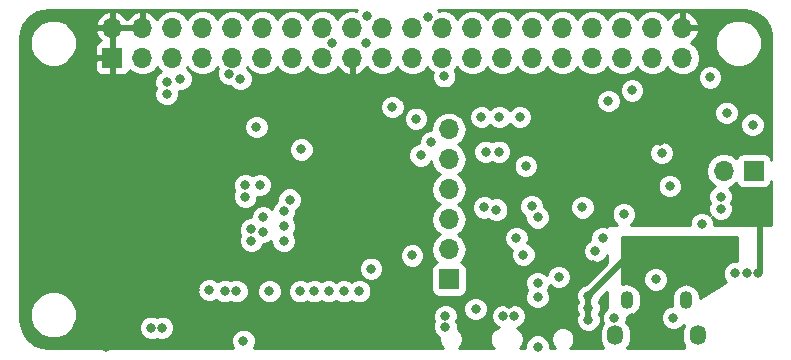
<source format=gbr>
G04 #@! TF.GenerationSoftware,KiCad,Pcbnew,5.0.2-bee76a0~70~ubuntu16.04.1*
G04 #@! TF.CreationDate,2019-08-20T13:37:51-04:00*
G04 #@! TF.ProjectId,ESP32-Zip,45535033-322d-45a6-9970-2e6b69636164,rev?*
G04 #@! TF.SameCoordinates,Original*
G04 #@! TF.FileFunction,Copper,L3,Inr*
G04 #@! TF.FilePolarity,Positive*
%FSLAX46Y46*%
G04 Gerber Fmt 4.6, Leading zero omitted, Abs format (unit mm)*
G04 Created by KiCad (PCBNEW 5.0.2-bee76a0~70~ubuntu16.04.1) date mar. 20 août 2019 13:37:51 EDT*
%MOMM*%
%LPD*%
G01*
G04 APERTURE LIST*
G04 #@! TA.AperFunction,ViaPad*
%ADD10R,1.700000X1.700000*%
G04 #@! TD*
G04 #@! TA.AperFunction,ViaPad*
%ADD11O,1.700000X1.700000*%
G04 #@! TD*
G04 #@! TA.AperFunction,ViaPad*
%ADD12O,1.350000X1.700000*%
G04 #@! TD*
G04 #@! TA.AperFunction,ViaPad*
%ADD13O,1.100000X1.500000*%
G04 #@! TD*
G04 #@! TA.AperFunction,ViaPad*
%ADD14C,0.800000*%
G04 #@! TD*
G04 #@! TA.AperFunction,Conductor*
%ADD15C,0.500000*%
G04 #@! TD*
G04 #@! TA.AperFunction,Conductor*
%ADD16C,0.254000*%
G04 #@! TD*
G04 APERTURE END LIST*
D10*
G04 #@! TO.N,VBus*
G04 #@! TO.C,J4*
X109300000Y-64300000D03*
D11*
G04 #@! TO.N,GND*
X106760000Y-64300000D03*
G04 #@! TD*
D10*
G04 #@! TO.N,SD2*
G04 #@! TO.C,J3*
X83500000Y-73500000D03*
D11*
G04 #@! TO.N,SD3*
X83500000Y-70960000D03*
G04 #@! TO.N,CMD*
X83500000Y-68420000D03*
G04 #@! TO.N,SDCLK*
X83500000Y-65880000D03*
G04 #@! TO.N,SD0*
X83500000Y-63340000D03*
G04 #@! TO.N,SD1*
X83500000Y-60800000D03*
G04 #@! TD*
D12*
G04 #@! TO.N,GND*
G04 #@! TO.C,J1*
X104565000Y-78250000D03*
X97565000Y-78250000D03*
D13*
X103565000Y-75250000D03*
X98565000Y-75250000D03*
G04 #@! TD*
D10*
G04 #@! TO.N,VDD*
G04 #@! TO.C,J2*
X55000000Y-54750000D03*
D11*
X55000000Y-52210000D03*
G04 #@! TO.N,IO21*
X57540000Y-54750000D03*
G04 #@! TO.N,VDD*
X57540000Y-52210000D03*
G04 #@! TO.N,IO22*
X60080000Y-54750000D03*
G04 #@! TO.N,GND*
X60080000Y-52210000D03*
G04 #@! TO.N,IO23*
X62620000Y-54750000D03*
G04 #@! TO.N,TxD*
X62620000Y-52210000D03*
G04 #@! TO.N,GND*
X65160000Y-54750000D03*
G04 #@! TO.N,RxD*
X65160000Y-52210000D03*
G04 #@! TO.N,IO34*
X67700000Y-54750000D03*
G04 #@! TO.N,EN*
X67700000Y-52210000D03*
G04 #@! TO.N,IO35*
X70240000Y-54750000D03*
G04 #@! TO.N,GND*
X70240000Y-52210000D03*
G04 #@! TO.N,IO32*
X72780000Y-54750000D03*
G04 #@! TO.N,SENSOR_VN*
X72780000Y-52210000D03*
G04 #@! TO.N,VDD*
X75320000Y-54750000D03*
G04 #@! TO.N,SENSOR_VP*
X75320000Y-52210000D03*
G04 #@! TO.N,IO33*
X77860000Y-54750000D03*
G04 #@! TO.N,GND*
X77860000Y-52210000D03*
G04 #@! TO.N,IO25*
X80400000Y-54750000D03*
G04 #@! TO.N,IO19*
X80400000Y-52210000D03*
G04 #@! TO.N,IO26*
X82940000Y-54750000D03*
G04 #@! TO.N,IO18*
X82940000Y-52210000D03*
G04 #@! TO.N,GND*
X85480000Y-54750000D03*
G04 #@! TO.N,IO5*
X85480000Y-52210000D03*
G04 #@! TO.N,IO27*
X88020000Y-54750000D03*
G04 #@! TO.N,IO17*
X88020000Y-52210000D03*
G04 #@! TO.N,IO14*
X90560000Y-54750000D03*
G04 #@! TO.N,GND*
X90560000Y-52210000D03*
G04 #@! TO.N,IO12*
X93100000Y-54750000D03*
G04 #@! TO.N,IO16*
X93100000Y-52210000D03*
G04 #@! TO.N,IO4*
X95640000Y-54750000D03*
G04 #@! TO.N,GND*
X95640000Y-52210000D03*
G04 #@! TO.N,IO2*
X98180000Y-54750000D03*
G04 #@! TO.N,IO13*
X98180000Y-52210000D03*
G04 #@! TO.N,IO0*
X100720000Y-54750000D03*
G04 #@! TO.N,IO15*
X100720000Y-52210000D03*
G04 #@! TO.N,GND*
X103260000Y-54750000D03*
G04 #@! TO.N,VDD*
X103260000Y-52210000D03*
G04 #@! TD*
D14*
G04 #@! TO.N,GND*
X70000000Y-66750000D03*
X67500000Y-65500000D03*
X66250000Y-65500000D03*
X66250000Y-66500000D03*
X69500000Y-67750000D03*
X69500000Y-69000000D03*
X69500000Y-70250000D03*
X67750000Y-69500000D03*
X67750000Y-68250000D03*
X66750000Y-69250000D03*
X66750000Y-70250000D03*
G04 #@! TO.N,RTS*
X107000000Y-59400000D03*
G04 #@! TO.N,GND*
X64900000Y-56100000D03*
G04 #@! TO.N,IO23*
X60750000Y-56500000D03*
G04 #@! TO.N,GND*
X109200000Y-60400000D03*
G04 #@! TO.N,IO14*
X86600000Y-62700000D03*
G04 #@! TO.N,IO12*
X87700000Y-62700000D03*
G04 #@! TO.N,IO14*
X87750000Y-59750000D03*
G04 #@! TO.N,IO12*
X89500000Y-59750000D03*
G04 #@! TO.N,IO35*
X68300000Y-74500000D03*
G04 #@! TO.N,IO33*
X70900000Y-74500000D03*
G04 #@! TO.N,IO25*
X72100000Y-74500000D03*
G04 #@! TO.N,IO26*
X73300000Y-74500000D03*
G04 #@! TO.N,IO27*
X74600000Y-74500000D03*
G04 #@! TO.N,IO14*
X75900000Y-74500000D03*
G04 #@! TO.N,EN*
X63200000Y-74400000D03*
G04 #@! TO.N,VDD*
X88600000Y-75600000D03*
G04 #@! TO.N,GND*
X91000000Y-73800000D03*
X91000000Y-75000000D03*
G04 #@! TO.N,VDD*
X93250000Y-75750000D03*
G04 #@! TO.N,DTR*
X89800000Y-71400000D03*
G04 #@! TO.N,VDD*
X95700000Y-72300000D03*
G04 #@! TO.N,DTR*
X105600000Y-56400000D03*
G04 #@! TO.N,GND*
X76900000Y-72600000D03*
X87500000Y-67600000D03*
G04 #@! TO.N,IO15*
X81100000Y-63000000D03*
G04 #@! TO.N,IO2*
X82000000Y-61900000D03*
G04 #@! TO.N,IO19*
X76600000Y-51200000D03*
G04 #@! TO.N,IO32*
X71000000Y-62500000D03*
G04 #@! TO.N,IO35*
X73600000Y-53500000D03*
G04 #@! TO.N,SENSOR_VN*
X65500000Y-74500000D03*
G04 #@! TO.N,SENSOR_VP*
X64500000Y-74500000D03*
G04 #@! TO.N,VDD*
X96100000Y-62900000D03*
G04 #@! TO.N,RxD*
X67200000Y-60600000D03*
G04 #@! TO.N,EN*
X81700000Y-51250000D03*
G04 #@! TO.N,GND*
X59600000Y-56800000D03*
X59600000Y-57800000D03*
G04 #@! TO.N,VDD*
X101400000Y-61800000D03*
X107700000Y-73000000D03*
X103250000Y-68600000D03*
X108700000Y-73000000D03*
X109700000Y-73000000D03*
G04 #@! TO.N,GND*
X83200000Y-77500000D03*
X83200000Y-76600000D03*
X88100000Y-76600000D03*
X89000000Y-76600000D03*
X66100000Y-78700000D03*
X58300000Y-77600000D03*
X59200000Y-77600000D03*
G04 #@! TO.N,VBus*
X95300000Y-74900000D03*
X95300000Y-75900000D03*
X95300000Y-76900000D03*
G04 #@! TO.N,DTR*
X99000000Y-57500000D03*
G04 #@! TO.N,TxD*
X86250000Y-59750000D03*
G04 #@! TO.N,RTS*
X91000000Y-68250000D03*
X101500000Y-62800000D03*
G04 #@! TO.N,Net-(R3-Pad1)*
X98300000Y-68000000D03*
X90500000Y-67300000D03*
G04 #@! TO.N,RXT*
X90000000Y-63900000D03*
X94800000Y-67400000D03*
G04 #@! TO.N,Net-(R1-Pad2)*
X89200000Y-70000000D03*
X95900000Y-71100000D03*
G04 #@! TO.N,USB_DP*
X92800000Y-73300000D03*
G04 #@! TO.N,VDD*
X54500000Y-79200000D03*
X61000000Y-74400000D03*
X109800000Y-68600000D03*
G04 #@! TO.N,GND*
X96500000Y-70000000D03*
G04 #@! TO.N,VBus*
X104750000Y-71000000D03*
G04 #@! TO.N,GND*
X102500000Y-76750000D03*
X97500000Y-76750000D03*
X104900000Y-68800000D03*
G04 #@! TO.N,VDD*
X103400000Y-60875000D03*
X90000000Y-65700000D03*
X62000000Y-74400000D03*
X60000000Y-74400000D03*
G04 #@! TO.N,VBus*
X99000000Y-76750000D03*
G04 #@! TO.N,EN*
X91000000Y-79200000D03*
X102200000Y-65600000D03*
X78700020Y-58900020D03*
G04 #@! TO.N,IO0*
X97000000Y-58400000D03*
X85750000Y-76000000D03*
G04 #@! TO.N,USB_DP*
X101000000Y-73500000D03*
G04 #@! TO.N,RxD*
X65830000Y-56500000D03*
G04 #@! TO.N,IO18*
X76500000Y-53500000D03*
G04 #@! TO.N,IO27*
X83100000Y-56300000D03*
G04 #@! TO.N,IO17*
X80700000Y-59900000D03*
G04 #@! TO.N,IO12*
X86500000Y-67400000D03*
G04 #@! TO.N,IO13*
X80374999Y-71474999D03*
G04 #@! TO.N,Net-(JP3-Pad1)*
X106500000Y-67500000D03*
G04 #@! TO.N,Net-(D2-Pad2)*
X106500000Y-66500000D03*
G04 #@! TD*
D15*
G04 #@! TO.N,VBus*
X95300000Y-76900000D02*
X95300000Y-74900000D01*
X99200000Y-71000000D02*
X104750000Y-71000000D01*
X95300000Y-74900000D02*
X99200000Y-71000000D01*
G04 #@! TO.N,VDD*
X109800000Y-72900000D02*
X109700000Y-73000000D01*
X109800000Y-68600000D02*
X109800000Y-72900000D01*
G04 #@! TD*
D16*
G04 #@! TO.N,VBus*
G36*
X107873000Y-71965000D02*
X107494126Y-71965000D01*
X107113720Y-72122569D01*
X106822569Y-72413720D01*
X106665000Y-72794126D01*
X106665000Y-73205874D01*
X106822569Y-73586280D01*
X106968074Y-73731785D01*
X104750000Y-75087274D01*
X104750000Y-74933290D01*
X104681245Y-74587636D01*
X104419337Y-74195663D01*
X104027363Y-73933755D01*
X103565000Y-73841785D01*
X103102636Y-73933755D01*
X102710663Y-74195663D01*
X102448755Y-74587637D01*
X102380000Y-74933291D01*
X102380000Y-75566710D01*
X102409497Y-75715000D01*
X102294126Y-75715000D01*
X101913720Y-75872569D01*
X101622569Y-76163720D01*
X101465000Y-76544126D01*
X101465000Y-76955874D01*
X101622569Y-77336280D01*
X101913720Y-77627431D01*
X102294126Y-77785000D01*
X102705874Y-77785000D01*
X103086280Y-77627431D01*
X103373000Y-77340711D01*
X103373000Y-77501018D01*
X103331007Y-77563865D01*
X103255000Y-77945979D01*
X103255000Y-78554022D01*
X103331007Y-78936136D01*
X103373000Y-78998983D01*
X103373000Y-79290000D01*
X98562548Y-79290000D01*
X98798993Y-78936135D01*
X98875000Y-78554021D01*
X98875000Y-77945978D01*
X98798993Y-77563864D01*
X98509457Y-77130543D01*
X98472796Y-77106047D01*
X98535000Y-76955874D01*
X98535000Y-76652248D01*
X98565000Y-76658215D01*
X99027364Y-76566245D01*
X99419337Y-76304337D01*
X99681245Y-75912363D01*
X99750000Y-75566709D01*
X99750000Y-74933290D01*
X99681245Y-74587636D01*
X99419337Y-74195663D01*
X99027363Y-73933755D01*
X98565000Y-73841785D01*
X98127000Y-73928909D01*
X98127000Y-73294126D01*
X99965000Y-73294126D01*
X99965000Y-73705874D01*
X100122569Y-74086280D01*
X100413720Y-74377431D01*
X100794126Y-74535000D01*
X101205874Y-74535000D01*
X101586280Y-74377431D01*
X101877431Y-74086280D01*
X102035000Y-73705874D01*
X102035000Y-73294126D01*
X101877431Y-72913720D01*
X101586280Y-72622569D01*
X101205874Y-72465000D01*
X100794126Y-72465000D01*
X100413720Y-72622569D01*
X100122569Y-72913720D01*
X99965000Y-73294126D01*
X98127000Y-73294126D01*
X98127000Y-69877000D01*
X107873000Y-69877000D01*
X107873000Y-71965000D01*
X107873000Y-71965000D01*
G37*
X107873000Y-71965000D02*
X107494126Y-71965000D01*
X107113720Y-72122569D01*
X106822569Y-72413720D01*
X106665000Y-72794126D01*
X106665000Y-73205874D01*
X106822569Y-73586280D01*
X106968074Y-73731785D01*
X104750000Y-75087274D01*
X104750000Y-74933290D01*
X104681245Y-74587636D01*
X104419337Y-74195663D01*
X104027363Y-73933755D01*
X103565000Y-73841785D01*
X103102636Y-73933755D01*
X102710663Y-74195663D01*
X102448755Y-74587637D01*
X102380000Y-74933291D01*
X102380000Y-75566710D01*
X102409497Y-75715000D01*
X102294126Y-75715000D01*
X101913720Y-75872569D01*
X101622569Y-76163720D01*
X101465000Y-76544126D01*
X101465000Y-76955874D01*
X101622569Y-77336280D01*
X101913720Y-77627431D01*
X102294126Y-77785000D01*
X102705874Y-77785000D01*
X103086280Y-77627431D01*
X103373000Y-77340711D01*
X103373000Y-77501018D01*
X103331007Y-77563865D01*
X103255000Y-77945979D01*
X103255000Y-78554022D01*
X103331007Y-78936136D01*
X103373000Y-78998983D01*
X103373000Y-79290000D01*
X98562548Y-79290000D01*
X98798993Y-78936135D01*
X98875000Y-78554021D01*
X98875000Y-77945978D01*
X98798993Y-77563864D01*
X98509457Y-77130543D01*
X98472796Y-77106047D01*
X98535000Y-76955874D01*
X98535000Y-76652248D01*
X98565000Y-76658215D01*
X99027364Y-76566245D01*
X99419337Y-76304337D01*
X99681245Y-75912363D01*
X99750000Y-75566709D01*
X99750000Y-74933290D01*
X99681245Y-74587636D01*
X99419337Y-74195663D01*
X99027363Y-73933755D01*
X98565000Y-73841785D01*
X98127000Y-73928909D01*
X98127000Y-73294126D01*
X99965000Y-73294126D01*
X99965000Y-73705874D01*
X100122569Y-74086280D01*
X100413720Y-74377431D01*
X100794126Y-74535000D01*
X101205874Y-74535000D01*
X101586280Y-74377431D01*
X101877431Y-74086280D01*
X102035000Y-73705874D01*
X102035000Y-73294126D01*
X101877431Y-72913720D01*
X101586280Y-72622569D01*
X101205874Y-72465000D01*
X100794126Y-72465000D01*
X100413720Y-72622569D01*
X100122569Y-72913720D01*
X99965000Y-73294126D01*
X98127000Y-73294126D01*
X98127000Y-69877000D01*
X107873000Y-69877000D01*
X107873000Y-71965000D01*
G04 #@! TO.N,VDD*
G36*
X75660473Y-50763632D02*
X75466256Y-50725000D01*
X75173744Y-50725000D01*
X74740582Y-50811161D01*
X74249375Y-51139375D01*
X74050000Y-51437761D01*
X73850625Y-51139375D01*
X73359418Y-50811161D01*
X72926256Y-50725000D01*
X72633744Y-50725000D01*
X72200582Y-50811161D01*
X71709375Y-51139375D01*
X71510000Y-51437761D01*
X71310625Y-51139375D01*
X70819418Y-50811161D01*
X70386256Y-50725000D01*
X70093744Y-50725000D01*
X69660582Y-50811161D01*
X69169375Y-51139375D01*
X68970000Y-51437761D01*
X68770625Y-51139375D01*
X68279418Y-50811161D01*
X67846256Y-50725000D01*
X67553744Y-50725000D01*
X67120582Y-50811161D01*
X66629375Y-51139375D01*
X66430000Y-51437761D01*
X66230625Y-51139375D01*
X65739418Y-50811161D01*
X65306256Y-50725000D01*
X65013744Y-50725000D01*
X64580582Y-50811161D01*
X64089375Y-51139375D01*
X63890000Y-51437761D01*
X63690625Y-51139375D01*
X63199418Y-50811161D01*
X62766256Y-50725000D01*
X62473744Y-50725000D01*
X62040582Y-50811161D01*
X61549375Y-51139375D01*
X61350000Y-51437761D01*
X61150625Y-51139375D01*
X60659418Y-50811161D01*
X60226256Y-50725000D01*
X59933744Y-50725000D01*
X59500582Y-50811161D01*
X59009375Y-51139375D01*
X58796157Y-51458478D01*
X58735183Y-51328642D01*
X58306924Y-50938355D01*
X57896890Y-50768524D01*
X57667000Y-50889845D01*
X57667000Y-52083000D01*
X57687000Y-52083000D01*
X57687000Y-52337000D01*
X57667000Y-52337000D01*
X57667000Y-52357000D01*
X57413000Y-52357000D01*
X57413000Y-52337000D01*
X55127000Y-52337000D01*
X55127000Y-54623000D01*
X55147000Y-54623000D01*
X55147000Y-54877000D01*
X55127000Y-54877000D01*
X55127000Y-56076250D01*
X55285750Y-56235000D01*
X55976310Y-56235000D01*
X56209699Y-56138327D01*
X56388327Y-55959698D01*
X56454904Y-55798967D01*
X56469375Y-55820625D01*
X56960582Y-56148839D01*
X57393744Y-56235000D01*
X57686256Y-56235000D01*
X58119418Y-56148839D01*
X58610625Y-55820625D01*
X58810000Y-55522239D01*
X59009375Y-55820625D01*
X59105222Y-55884668D01*
X59013720Y-55922569D01*
X58722569Y-56213720D01*
X58565000Y-56594126D01*
X58565000Y-57005874D01*
X58686831Y-57300000D01*
X58565000Y-57594126D01*
X58565000Y-58005874D01*
X58722569Y-58386280D01*
X59013720Y-58677431D01*
X59394126Y-58835000D01*
X59805874Y-58835000D01*
X60145926Y-58694146D01*
X77665020Y-58694146D01*
X77665020Y-59105894D01*
X77822589Y-59486300D01*
X78113740Y-59777451D01*
X78494146Y-59935020D01*
X78905894Y-59935020D01*
X79286300Y-59777451D01*
X79369625Y-59694126D01*
X79665000Y-59694126D01*
X79665000Y-60105874D01*
X79822569Y-60486280D01*
X80113720Y-60777431D01*
X80494126Y-60935000D01*
X80905874Y-60935000D01*
X81286280Y-60777431D01*
X81577431Y-60486280D01*
X81735000Y-60105874D01*
X81735000Y-59694126D01*
X81577431Y-59313720D01*
X81286280Y-59022569D01*
X80905874Y-58865000D01*
X80494126Y-58865000D01*
X80113720Y-59022569D01*
X79822569Y-59313720D01*
X79665000Y-59694126D01*
X79369625Y-59694126D01*
X79577451Y-59486300D01*
X79735020Y-59105894D01*
X79735020Y-58694146D01*
X79577451Y-58313740D01*
X79457837Y-58194126D01*
X95965000Y-58194126D01*
X95965000Y-58605874D01*
X96122569Y-58986280D01*
X96413720Y-59277431D01*
X96794126Y-59435000D01*
X97205874Y-59435000D01*
X97586280Y-59277431D01*
X97669585Y-59194126D01*
X105965000Y-59194126D01*
X105965000Y-59605874D01*
X106122569Y-59986280D01*
X106413720Y-60277431D01*
X106794126Y-60435000D01*
X107205874Y-60435000D01*
X107586280Y-60277431D01*
X107669585Y-60194126D01*
X108165000Y-60194126D01*
X108165000Y-60605874D01*
X108322569Y-60986280D01*
X108613720Y-61277431D01*
X108994126Y-61435000D01*
X109405874Y-61435000D01*
X109786280Y-61277431D01*
X110077431Y-60986280D01*
X110235000Y-60605874D01*
X110235000Y-60194126D01*
X110077431Y-59813720D01*
X109786280Y-59522569D01*
X109405874Y-59365000D01*
X108994126Y-59365000D01*
X108613720Y-59522569D01*
X108322569Y-59813720D01*
X108165000Y-60194126D01*
X107669585Y-60194126D01*
X107877431Y-59986280D01*
X108035000Y-59605874D01*
X108035000Y-59194126D01*
X107877431Y-58813720D01*
X107586280Y-58522569D01*
X107205874Y-58365000D01*
X106794126Y-58365000D01*
X106413720Y-58522569D01*
X106122569Y-58813720D01*
X105965000Y-59194126D01*
X97669585Y-59194126D01*
X97877431Y-58986280D01*
X98035000Y-58605874D01*
X98035000Y-58194126D01*
X97877431Y-57813720D01*
X97586280Y-57522569D01*
X97205874Y-57365000D01*
X96794126Y-57365000D01*
X96413720Y-57522569D01*
X96122569Y-57813720D01*
X95965000Y-58194126D01*
X79457837Y-58194126D01*
X79286300Y-58022589D01*
X78905894Y-57865020D01*
X78494146Y-57865020D01*
X78113740Y-58022589D01*
X77822589Y-58313740D01*
X77665020Y-58694146D01*
X60145926Y-58694146D01*
X60186280Y-58677431D01*
X60477431Y-58386280D01*
X60635000Y-58005874D01*
X60635000Y-57594126D01*
X60610509Y-57535000D01*
X60955874Y-57535000D01*
X61336280Y-57377431D01*
X61627431Y-57086280D01*
X61785000Y-56705874D01*
X61785000Y-56294126D01*
X61627431Y-55913720D01*
X61336280Y-55622569D01*
X61294520Y-55605271D01*
X61350000Y-55522239D01*
X61549375Y-55820625D01*
X62040582Y-56148839D01*
X62473744Y-56235000D01*
X62766256Y-56235000D01*
X63199418Y-56148839D01*
X63690625Y-55820625D01*
X63890000Y-55522239D01*
X63969659Y-55641457D01*
X63865000Y-55894126D01*
X63865000Y-56305874D01*
X64022569Y-56686280D01*
X64313720Y-56977431D01*
X64694126Y-57135000D01*
X65001289Y-57135000D01*
X65243720Y-57377431D01*
X65624126Y-57535000D01*
X66035874Y-57535000D01*
X66416280Y-57377431D01*
X66707431Y-57086280D01*
X66865000Y-56705874D01*
X66865000Y-56294126D01*
X66707431Y-55913720D01*
X66416280Y-55622569D01*
X66374520Y-55605271D01*
X66430000Y-55522239D01*
X66629375Y-55820625D01*
X67120582Y-56148839D01*
X67553744Y-56235000D01*
X67846256Y-56235000D01*
X68279418Y-56148839D01*
X68770625Y-55820625D01*
X68970000Y-55522239D01*
X69169375Y-55820625D01*
X69660582Y-56148839D01*
X70093744Y-56235000D01*
X70386256Y-56235000D01*
X70819418Y-56148839D01*
X71310625Y-55820625D01*
X71510000Y-55522239D01*
X71709375Y-55820625D01*
X72200582Y-56148839D01*
X72633744Y-56235000D01*
X72926256Y-56235000D01*
X73359418Y-56148839D01*
X73850625Y-55820625D01*
X74063843Y-55501522D01*
X74124817Y-55631358D01*
X74553076Y-56021645D01*
X74963110Y-56191476D01*
X75193000Y-56070155D01*
X75193000Y-54877000D01*
X75173000Y-54877000D01*
X75173000Y-54623000D01*
X75193000Y-54623000D01*
X75193000Y-54603000D01*
X75447000Y-54603000D01*
X75447000Y-54623000D01*
X75467000Y-54623000D01*
X75467000Y-54877000D01*
X75447000Y-54877000D01*
X75447000Y-56070155D01*
X75676890Y-56191476D01*
X76086924Y-56021645D01*
X76515183Y-55631358D01*
X76576157Y-55501522D01*
X76789375Y-55820625D01*
X77280582Y-56148839D01*
X77713744Y-56235000D01*
X78006256Y-56235000D01*
X78439418Y-56148839D01*
X78930625Y-55820625D01*
X79130000Y-55522239D01*
X79329375Y-55820625D01*
X79820582Y-56148839D01*
X80253744Y-56235000D01*
X80546256Y-56235000D01*
X80979418Y-56148839D01*
X81470625Y-55820625D01*
X81670000Y-55522239D01*
X81869375Y-55820625D01*
X82111324Y-55982290D01*
X82065000Y-56094126D01*
X82065000Y-56505874D01*
X82222569Y-56886280D01*
X82513720Y-57177431D01*
X82894126Y-57335000D01*
X83305874Y-57335000D01*
X83404552Y-57294126D01*
X97965000Y-57294126D01*
X97965000Y-57705874D01*
X98122569Y-58086280D01*
X98413720Y-58377431D01*
X98794126Y-58535000D01*
X99205874Y-58535000D01*
X99586280Y-58377431D01*
X99877431Y-58086280D01*
X100035000Y-57705874D01*
X100035000Y-57294126D01*
X99877431Y-56913720D01*
X99586280Y-56622569D01*
X99205874Y-56465000D01*
X98794126Y-56465000D01*
X98413720Y-56622569D01*
X98122569Y-56913720D01*
X97965000Y-57294126D01*
X83404552Y-57294126D01*
X83686280Y-57177431D01*
X83977431Y-56886280D01*
X84135000Y-56505874D01*
X84135000Y-56094126D01*
X84017469Y-55810382D01*
X84210000Y-55522239D01*
X84409375Y-55820625D01*
X84900582Y-56148839D01*
X85333744Y-56235000D01*
X85626256Y-56235000D01*
X86059418Y-56148839D01*
X86550625Y-55820625D01*
X86750000Y-55522239D01*
X86949375Y-55820625D01*
X87440582Y-56148839D01*
X87873744Y-56235000D01*
X88166256Y-56235000D01*
X88599418Y-56148839D01*
X89090625Y-55820625D01*
X89290000Y-55522239D01*
X89489375Y-55820625D01*
X89980582Y-56148839D01*
X90413744Y-56235000D01*
X90706256Y-56235000D01*
X91139418Y-56148839D01*
X91630625Y-55820625D01*
X91830000Y-55522239D01*
X92029375Y-55820625D01*
X92520582Y-56148839D01*
X92953744Y-56235000D01*
X93246256Y-56235000D01*
X93679418Y-56148839D01*
X94170625Y-55820625D01*
X94370000Y-55522239D01*
X94569375Y-55820625D01*
X95060582Y-56148839D01*
X95493744Y-56235000D01*
X95786256Y-56235000D01*
X96219418Y-56148839D01*
X96710625Y-55820625D01*
X96910000Y-55522239D01*
X97109375Y-55820625D01*
X97600582Y-56148839D01*
X98033744Y-56235000D01*
X98326256Y-56235000D01*
X98759418Y-56148839D01*
X99250625Y-55820625D01*
X99450000Y-55522239D01*
X99649375Y-55820625D01*
X100140582Y-56148839D01*
X100573744Y-56235000D01*
X100866256Y-56235000D01*
X101299418Y-56148839D01*
X101790625Y-55820625D01*
X101990000Y-55522239D01*
X102189375Y-55820625D01*
X102680582Y-56148839D01*
X103113744Y-56235000D01*
X103406256Y-56235000D01*
X103611744Y-56194126D01*
X104565000Y-56194126D01*
X104565000Y-56605874D01*
X104722569Y-56986280D01*
X105013720Y-57277431D01*
X105394126Y-57435000D01*
X105805874Y-57435000D01*
X106186280Y-57277431D01*
X106477431Y-56986280D01*
X106635000Y-56605874D01*
X106635000Y-56194126D01*
X106477431Y-55813720D01*
X106186280Y-55522569D01*
X105805874Y-55365000D01*
X105394126Y-55365000D01*
X105013720Y-55522569D01*
X104722569Y-55813720D01*
X104565000Y-56194126D01*
X103611744Y-56194126D01*
X103839418Y-56148839D01*
X104330625Y-55820625D01*
X104658839Y-55329418D01*
X104774092Y-54750000D01*
X104658839Y-54170582D01*
X104330625Y-53679375D01*
X104030214Y-53478647D01*
X104440039Y-53105159D01*
X106015000Y-53105159D01*
X106015000Y-53894841D01*
X106317199Y-54624412D01*
X106875588Y-55182801D01*
X107605159Y-55485000D01*
X108394841Y-55485000D01*
X109124412Y-55182801D01*
X109682801Y-54624412D01*
X109985000Y-53894841D01*
X109985000Y-53105159D01*
X109682801Y-52375588D01*
X109124412Y-51817199D01*
X108394841Y-51515000D01*
X107605159Y-51515000D01*
X106875588Y-51817199D01*
X106317199Y-52375588D01*
X106015000Y-53105159D01*
X104440039Y-53105159D01*
X104455183Y-53091358D01*
X104701486Y-52566892D01*
X104580819Y-52337000D01*
X103387000Y-52337000D01*
X103387000Y-52357000D01*
X103133000Y-52357000D01*
X103133000Y-52337000D01*
X103113000Y-52337000D01*
X103113000Y-52083000D01*
X103133000Y-52083000D01*
X103133000Y-50889845D01*
X103387000Y-50889845D01*
X103387000Y-52083000D01*
X104580819Y-52083000D01*
X104701486Y-51853108D01*
X104455183Y-51328642D01*
X104026924Y-50938355D01*
X103616890Y-50768524D01*
X103387000Y-50889845D01*
X103133000Y-50889845D01*
X102903110Y-50768524D01*
X102493076Y-50938355D01*
X102064817Y-51328642D01*
X102003843Y-51458478D01*
X101790625Y-51139375D01*
X101299418Y-50811161D01*
X100866256Y-50725000D01*
X100573744Y-50725000D01*
X100140582Y-50811161D01*
X99649375Y-51139375D01*
X99450000Y-51437761D01*
X99250625Y-51139375D01*
X98759418Y-50811161D01*
X98326256Y-50725000D01*
X98033744Y-50725000D01*
X97600582Y-50811161D01*
X97109375Y-51139375D01*
X96910000Y-51437761D01*
X96710625Y-51139375D01*
X96219418Y-50811161D01*
X95786256Y-50725000D01*
X95493744Y-50725000D01*
X95060582Y-50811161D01*
X94569375Y-51139375D01*
X94370000Y-51437761D01*
X94170625Y-51139375D01*
X93679418Y-50811161D01*
X93246256Y-50725000D01*
X92953744Y-50725000D01*
X92520582Y-50811161D01*
X92029375Y-51139375D01*
X91830000Y-51437761D01*
X91630625Y-51139375D01*
X91139418Y-50811161D01*
X90706256Y-50725000D01*
X90413744Y-50725000D01*
X89980582Y-50811161D01*
X89489375Y-51139375D01*
X89290000Y-51437761D01*
X89090625Y-51139375D01*
X88599418Y-50811161D01*
X88166256Y-50725000D01*
X87873744Y-50725000D01*
X87440582Y-50811161D01*
X86949375Y-51139375D01*
X86750000Y-51437761D01*
X86550625Y-51139375D01*
X86059418Y-50811161D01*
X85626256Y-50725000D01*
X85333744Y-50725000D01*
X84900582Y-50811161D01*
X84409375Y-51139375D01*
X84210000Y-51437761D01*
X84010625Y-51139375D01*
X83519418Y-50811161D01*
X83086256Y-50725000D01*
X82793744Y-50725000D01*
X82617348Y-50760087D01*
X82596601Y-50710000D01*
X108458753Y-50710000D01*
X109025708Y-50776100D01*
X109523212Y-50956685D01*
X109965835Y-51246881D01*
X110329823Y-51631116D01*
X110595658Y-52088784D01*
X110751892Y-52604629D01*
X110790000Y-53031618D01*
X110790000Y-63412598D01*
X110748157Y-63202235D01*
X110607809Y-62992191D01*
X110397765Y-62851843D01*
X110150000Y-62802560D01*
X108450000Y-62802560D01*
X108202235Y-62851843D01*
X107992191Y-62992191D01*
X107851843Y-63202235D01*
X107842816Y-63247619D01*
X107830625Y-63229375D01*
X107339418Y-62901161D01*
X106906256Y-62815000D01*
X106613744Y-62815000D01*
X106180582Y-62901161D01*
X105689375Y-63229375D01*
X105361161Y-63720582D01*
X105245908Y-64300000D01*
X105361161Y-64879418D01*
X105689375Y-65370625D01*
X106007994Y-65583519D01*
X105913720Y-65622569D01*
X105622569Y-65913720D01*
X105465000Y-66294126D01*
X105465000Y-66705874D01*
X105586831Y-67000000D01*
X105465000Y-67294126D01*
X105465000Y-67705874D01*
X105603179Y-68039468D01*
X105486280Y-67922569D01*
X105105874Y-67765000D01*
X104694126Y-67765000D01*
X104313720Y-67922569D01*
X104022569Y-68213720D01*
X103865000Y-68594126D01*
X103865000Y-68873000D01*
X98890711Y-68873000D01*
X99177431Y-68586280D01*
X99335000Y-68205874D01*
X99335000Y-67794126D01*
X99177431Y-67413720D01*
X98886280Y-67122569D01*
X98505874Y-66965000D01*
X98094126Y-66965000D01*
X97713720Y-67122569D01*
X97422569Y-67413720D01*
X97265000Y-67794126D01*
X97265000Y-68205874D01*
X97422569Y-68586280D01*
X97709289Y-68873000D01*
X97000000Y-68873000D01*
X96951399Y-68882667D01*
X96910197Y-68910197D01*
X96882667Y-68951399D01*
X96873000Y-69000000D01*
X96873000Y-69034226D01*
X96705874Y-68965000D01*
X96294126Y-68965000D01*
X95913720Y-69122569D01*
X95622569Y-69413720D01*
X95465000Y-69794126D01*
X95465000Y-70159907D01*
X95313720Y-70222569D01*
X95022569Y-70513720D01*
X94865000Y-70894126D01*
X94865000Y-71305874D01*
X95022569Y-71686280D01*
X95313720Y-71977431D01*
X95694126Y-72135000D01*
X96105874Y-72135000D01*
X96486280Y-71977431D01*
X96777431Y-71686280D01*
X96873000Y-71455556D01*
X96873000Y-72075421D01*
X95075853Y-73872569D01*
X94713720Y-74022569D01*
X94422569Y-74313720D01*
X94265000Y-74694126D01*
X94265000Y-75105874D01*
X94386831Y-75400000D01*
X94265000Y-75694126D01*
X94265000Y-76105874D01*
X94386831Y-76400000D01*
X94265000Y-76694126D01*
X94265000Y-77105874D01*
X94422569Y-77486280D01*
X94713720Y-77777431D01*
X95094126Y-77935000D01*
X95505874Y-77935000D01*
X95886280Y-77777431D01*
X96177431Y-77486280D01*
X96335000Y-77105874D01*
X96335000Y-76694126D01*
X96213169Y-76400000D01*
X96335000Y-76105874D01*
X96335000Y-75694126D01*
X96213169Y-75400000D01*
X96327431Y-75124147D01*
X96873000Y-74578578D01*
X96873000Y-75913289D01*
X96622569Y-76163720D01*
X96465000Y-76544126D01*
X96465000Y-76955874D01*
X96569187Y-77207403D01*
X96331007Y-77563865D01*
X96255000Y-77945979D01*
X96255000Y-78554022D01*
X96331007Y-78936136D01*
X96567452Y-79290000D01*
X93778000Y-79290000D01*
X93960042Y-79107958D01*
X94110000Y-78745929D01*
X94110000Y-78354071D01*
X93960042Y-77992042D01*
X93682958Y-77714958D01*
X93320929Y-77565000D01*
X92929071Y-77565000D01*
X92567042Y-77714958D01*
X92289958Y-77992042D01*
X92140000Y-78354071D01*
X92140000Y-78745929D01*
X92289958Y-79107958D01*
X92472000Y-79290000D01*
X92035000Y-79290000D01*
X92035000Y-78994126D01*
X91877431Y-78613720D01*
X91586280Y-78322569D01*
X91205874Y-78165000D01*
X90794126Y-78165000D01*
X90413720Y-78322569D01*
X90122569Y-78613720D01*
X89965000Y-78994126D01*
X89965000Y-79290000D01*
X89528000Y-79290000D01*
X89710042Y-79107958D01*
X89860000Y-78745929D01*
X89860000Y-78354071D01*
X89710042Y-77992042D01*
X89432958Y-77714958D01*
X89222899Y-77627948D01*
X89586280Y-77477431D01*
X89877431Y-77186280D01*
X90035000Y-76805874D01*
X90035000Y-76394126D01*
X89877431Y-76013720D01*
X89586280Y-75722569D01*
X89205874Y-75565000D01*
X88794126Y-75565000D01*
X88550000Y-75666120D01*
X88305874Y-75565000D01*
X87894126Y-75565000D01*
X87513720Y-75722569D01*
X87222569Y-76013720D01*
X87065000Y-76394126D01*
X87065000Y-76805874D01*
X87222569Y-77186280D01*
X87513720Y-77477431D01*
X87727101Y-77565816D01*
X87367042Y-77714958D01*
X87089958Y-77992042D01*
X86940000Y-78354071D01*
X86940000Y-78745929D01*
X87089958Y-79107958D01*
X87272000Y-79290000D01*
X84328000Y-79290000D01*
X84510042Y-79107958D01*
X84660000Y-78745929D01*
X84660000Y-78354071D01*
X84510042Y-77992042D01*
X84232958Y-77714958D01*
X84231489Y-77714350D01*
X84235000Y-77705874D01*
X84235000Y-77294126D01*
X84133880Y-77050000D01*
X84235000Y-76805874D01*
X84235000Y-76394126D01*
X84077431Y-76013720D01*
X83857837Y-75794126D01*
X84715000Y-75794126D01*
X84715000Y-76205874D01*
X84872569Y-76586280D01*
X85163720Y-76877431D01*
X85544126Y-77035000D01*
X85955874Y-77035000D01*
X86336280Y-76877431D01*
X86627431Y-76586280D01*
X86785000Y-76205874D01*
X86785000Y-75794126D01*
X86627431Y-75413720D01*
X86336280Y-75122569D01*
X85955874Y-74965000D01*
X85544126Y-74965000D01*
X85163720Y-75122569D01*
X84872569Y-75413720D01*
X84715000Y-75794126D01*
X83857837Y-75794126D01*
X83786280Y-75722569D01*
X83405874Y-75565000D01*
X82994126Y-75565000D01*
X82613720Y-75722569D01*
X82322569Y-76013720D01*
X82165000Y-76394126D01*
X82165000Y-76805874D01*
X82266120Y-77050000D01*
X82165000Y-77294126D01*
X82165000Y-77705874D01*
X82322569Y-78086280D01*
X82613720Y-78377431D01*
X82690000Y-78409027D01*
X82690000Y-78745929D01*
X82839958Y-79107958D01*
X83022000Y-79290000D01*
X66973711Y-79290000D01*
X66977431Y-79286280D01*
X67135000Y-78905874D01*
X67135000Y-78494126D01*
X66977431Y-78113720D01*
X66686280Y-77822569D01*
X66305874Y-77665000D01*
X65894126Y-77665000D01*
X65513720Y-77822569D01*
X65222569Y-78113720D01*
X65065000Y-78494126D01*
X65065000Y-78905874D01*
X65222569Y-79286280D01*
X65226289Y-79290000D01*
X49541248Y-79290000D01*
X48974292Y-79223900D01*
X48476788Y-79043315D01*
X48034166Y-78753118D01*
X47670177Y-78368884D01*
X47404342Y-77911216D01*
X47248108Y-77395371D01*
X47210000Y-76968382D01*
X47210000Y-76105159D01*
X48015000Y-76105159D01*
X48015000Y-76894841D01*
X48317199Y-77624412D01*
X48875588Y-78182801D01*
X49605159Y-78485000D01*
X50394841Y-78485000D01*
X51124412Y-78182801D01*
X51682801Y-77624412D01*
X51778188Y-77394126D01*
X57265000Y-77394126D01*
X57265000Y-77805874D01*
X57422569Y-78186280D01*
X57713720Y-78477431D01*
X58094126Y-78635000D01*
X58505874Y-78635000D01*
X58750000Y-78533880D01*
X58994126Y-78635000D01*
X59405874Y-78635000D01*
X59786280Y-78477431D01*
X60077431Y-78186280D01*
X60235000Y-77805874D01*
X60235000Y-77394126D01*
X60077431Y-77013720D01*
X59786280Y-76722569D01*
X59405874Y-76565000D01*
X58994126Y-76565000D01*
X58750000Y-76666120D01*
X58505874Y-76565000D01*
X58094126Y-76565000D01*
X57713720Y-76722569D01*
X57422569Y-77013720D01*
X57265000Y-77394126D01*
X51778188Y-77394126D01*
X51985000Y-76894841D01*
X51985000Y-76105159D01*
X51682801Y-75375588D01*
X51124412Y-74817199D01*
X50394841Y-74515000D01*
X49605159Y-74515000D01*
X48875588Y-74817199D01*
X48317199Y-75375588D01*
X48015000Y-76105159D01*
X47210000Y-76105159D01*
X47210000Y-74194126D01*
X62165000Y-74194126D01*
X62165000Y-74605874D01*
X62322569Y-74986280D01*
X62613720Y-75277431D01*
X62994126Y-75435000D01*
X63405874Y-75435000D01*
X63786280Y-75277431D01*
X63800000Y-75263711D01*
X63913720Y-75377431D01*
X64294126Y-75535000D01*
X64705874Y-75535000D01*
X65000000Y-75413169D01*
X65294126Y-75535000D01*
X65705874Y-75535000D01*
X66086280Y-75377431D01*
X66377431Y-75086280D01*
X66535000Y-74705874D01*
X66535000Y-74294126D01*
X67265000Y-74294126D01*
X67265000Y-74705874D01*
X67422569Y-75086280D01*
X67713720Y-75377431D01*
X68094126Y-75535000D01*
X68505874Y-75535000D01*
X68886280Y-75377431D01*
X69177431Y-75086280D01*
X69335000Y-74705874D01*
X69335000Y-74294126D01*
X69865000Y-74294126D01*
X69865000Y-74705874D01*
X70022569Y-75086280D01*
X70313720Y-75377431D01*
X70694126Y-75535000D01*
X71105874Y-75535000D01*
X71486280Y-75377431D01*
X71500000Y-75363711D01*
X71513720Y-75377431D01*
X71894126Y-75535000D01*
X72305874Y-75535000D01*
X72686280Y-75377431D01*
X72700000Y-75363711D01*
X72713720Y-75377431D01*
X73094126Y-75535000D01*
X73505874Y-75535000D01*
X73886280Y-75377431D01*
X73950000Y-75313711D01*
X74013720Y-75377431D01*
X74394126Y-75535000D01*
X74805874Y-75535000D01*
X75186280Y-75377431D01*
X75250000Y-75313711D01*
X75313720Y-75377431D01*
X75694126Y-75535000D01*
X76105874Y-75535000D01*
X76486280Y-75377431D01*
X76777431Y-75086280D01*
X76935000Y-74705874D01*
X76935000Y-74294126D01*
X76777431Y-73913720D01*
X76486280Y-73622569D01*
X76105874Y-73465000D01*
X75694126Y-73465000D01*
X75313720Y-73622569D01*
X75250000Y-73686289D01*
X75186280Y-73622569D01*
X74805874Y-73465000D01*
X74394126Y-73465000D01*
X74013720Y-73622569D01*
X73950000Y-73686289D01*
X73886280Y-73622569D01*
X73505874Y-73465000D01*
X73094126Y-73465000D01*
X72713720Y-73622569D01*
X72700000Y-73636289D01*
X72686280Y-73622569D01*
X72305874Y-73465000D01*
X71894126Y-73465000D01*
X71513720Y-73622569D01*
X71500000Y-73636289D01*
X71486280Y-73622569D01*
X71105874Y-73465000D01*
X70694126Y-73465000D01*
X70313720Y-73622569D01*
X70022569Y-73913720D01*
X69865000Y-74294126D01*
X69335000Y-74294126D01*
X69177431Y-73913720D01*
X68886280Y-73622569D01*
X68505874Y-73465000D01*
X68094126Y-73465000D01*
X67713720Y-73622569D01*
X67422569Y-73913720D01*
X67265000Y-74294126D01*
X66535000Y-74294126D01*
X66377431Y-73913720D01*
X66086280Y-73622569D01*
X65705874Y-73465000D01*
X65294126Y-73465000D01*
X65000000Y-73586831D01*
X64705874Y-73465000D01*
X64294126Y-73465000D01*
X63913720Y-73622569D01*
X63900000Y-73636289D01*
X63786280Y-73522569D01*
X63405874Y-73365000D01*
X62994126Y-73365000D01*
X62613720Y-73522569D01*
X62322569Y-73813720D01*
X62165000Y-74194126D01*
X47210000Y-74194126D01*
X47210000Y-72394126D01*
X75865000Y-72394126D01*
X75865000Y-72805874D01*
X76022569Y-73186280D01*
X76313720Y-73477431D01*
X76694126Y-73635000D01*
X77105874Y-73635000D01*
X77486280Y-73477431D01*
X77777431Y-73186280D01*
X77935000Y-72805874D01*
X77935000Y-72394126D01*
X77777431Y-72013720D01*
X77486280Y-71722569D01*
X77105874Y-71565000D01*
X76694126Y-71565000D01*
X76313720Y-71722569D01*
X76022569Y-72013720D01*
X75865000Y-72394126D01*
X47210000Y-72394126D01*
X47210000Y-69044126D01*
X65715000Y-69044126D01*
X65715000Y-69455874D01*
X65836831Y-69750000D01*
X65715000Y-70044126D01*
X65715000Y-70455874D01*
X65872569Y-70836280D01*
X66163720Y-71127431D01*
X66544126Y-71285000D01*
X66955874Y-71285000D01*
X67336280Y-71127431D01*
X67627431Y-70836280D01*
X67752225Y-70535000D01*
X67955874Y-70535000D01*
X68336280Y-70377431D01*
X68465000Y-70248711D01*
X68465000Y-70455874D01*
X68622569Y-70836280D01*
X68913720Y-71127431D01*
X69294126Y-71285000D01*
X69705874Y-71285000D01*
X69744199Y-71269125D01*
X79339999Y-71269125D01*
X79339999Y-71680873D01*
X79497568Y-72061279D01*
X79788719Y-72352430D01*
X80169125Y-72509999D01*
X80580873Y-72509999D01*
X80961279Y-72352430D01*
X81252430Y-72061279D01*
X81409999Y-71680873D01*
X81409999Y-71269125D01*
X81252430Y-70888719D01*
X80961279Y-70597568D01*
X80580873Y-70439999D01*
X80169125Y-70439999D01*
X79788719Y-70597568D01*
X79497568Y-70888719D01*
X79339999Y-71269125D01*
X69744199Y-71269125D01*
X70086280Y-71127431D01*
X70377431Y-70836280D01*
X70535000Y-70455874D01*
X70535000Y-70044126D01*
X70377431Y-69663720D01*
X70338711Y-69625000D01*
X70377431Y-69586280D01*
X70535000Y-69205874D01*
X70535000Y-68794126D01*
X70377431Y-68413720D01*
X70338711Y-68375000D01*
X70377431Y-68336280D01*
X70535000Y-67955874D01*
X70535000Y-67648672D01*
X70586280Y-67627431D01*
X70877431Y-67336280D01*
X71035000Y-66955874D01*
X71035000Y-66544126D01*
X70877431Y-66163720D01*
X70586280Y-65872569D01*
X70205874Y-65715000D01*
X69794126Y-65715000D01*
X69413720Y-65872569D01*
X69122569Y-66163720D01*
X68965000Y-66544126D01*
X68965000Y-66851328D01*
X68913720Y-66872569D01*
X68622569Y-67163720D01*
X68477547Y-67513836D01*
X68336280Y-67372569D01*
X67955874Y-67215000D01*
X67544126Y-67215000D01*
X67163720Y-67372569D01*
X66872569Y-67663720D01*
X66715000Y-68044126D01*
X66715000Y-68215000D01*
X66544126Y-68215000D01*
X66163720Y-68372569D01*
X65872569Y-68663720D01*
X65715000Y-69044126D01*
X47210000Y-69044126D01*
X47210000Y-65294126D01*
X65215000Y-65294126D01*
X65215000Y-65705874D01*
X65336831Y-66000000D01*
X65215000Y-66294126D01*
X65215000Y-66705874D01*
X65372569Y-67086280D01*
X65663720Y-67377431D01*
X66044126Y-67535000D01*
X66455874Y-67535000D01*
X66836280Y-67377431D01*
X67127431Y-67086280D01*
X67285000Y-66705874D01*
X67285000Y-66531220D01*
X67294126Y-66535000D01*
X67705874Y-66535000D01*
X68086280Y-66377431D01*
X68377431Y-66086280D01*
X68535000Y-65705874D01*
X68535000Y-65294126D01*
X68377431Y-64913720D01*
X68086280Y-64622569D01*
X67705874Y-64465000D01*
X67294126Y-64465000D01*
X66913720Y-64622569D01*
X66875000Y-64661289D01*
X66836280Y-64622569D01*
X66455874Y-64465000D01*
X66044126Y-64465000D01*
X65663720Y-64622569D01*
X65372569Y-64913720D01*
X65215000Y-65294126D01*
X47210000Y-65294126D01*
X47210000Y-62294126D01*
X69965000Y-62294126D01*
X69965000Y-62705874D01*
X70122569Y-63086280D01*
X70413720Y-63377431D01*
X70794126Y-63535000D01*
X71205874Y-63535000D01*
X71586280Y-63377431D01*
X71877431Y-63086280D01*
X71998444Y-62794126D01*
X80065000Y-62794126D01*
X80065000Y-63205874D01*
X80222569Y-63586280D01*
X80513720Y-63877431D01*
X80894126Y-64035000D01*
X81305874Y-64035000D01*
X81686280Y-63877431D01*
X81977431Y-63586280D01*
X82016253Y-63492555D01*
X82101161Y-63919418D01*
X82429375Y-64410625D01*
X82727761Y-64610000D01*
X82429375Y-64809375D01*
X82101161Y-65300582D01*
X81985908Y-65880000D01*
X82101161Y-66459418D01*
X82429375Y-66950625D01*
X82727761Y-67150000D01*
X82429375Y-67349375D01*
X82101161Y-67840582D01*
X81985908Y-68420000D01*
X82101161Y-68999418D01*
X82429375Y-69490625D01*
X82727761Y-69690000D01*
X82429375Y-69889375D01*
X82101161Y-70380582D01*
X81985908Y-70960000D01*
X82101161Y-71539418D01*
X82429375Y-72030625D01*
X82447619Y-72042816D01*
X82402235Y-72051843D01*
X82192191Y-72192191D01*
X82051843Y-72402235D01*
X82002560Y-72650000D01*
X82002560Y-74350000D01*
X82051843Y-74597765D01*
X82192191Y-74807809D01*
X82402235Y-74948157D01*
X82650000Y-74997440D01*
X84350000Y-74997440D01*
X84597765Y-74948157D01*
X84807809Y-74807809D01*
X84948157Y-74597765D01*
X84997440Y-74350000D01*
X84997440Y-73594126D01*
X89965000Y-73594126D01*
X89965000Y-74005874D01*
X90122569Y-74386280D01*
X90136289Y-74400000D01*
X90122569Y-74413720D01*
X89965000Y-74794126D01*
X89965000Y-75205874D01*
X90122569Y-75586280D01*
X90413720Y-75877431D01*
X90794126Y-76035000D01*
X91205874Y-76035000D01*
X91586280Y-75877431D01*
X91877431Y-75586280D01*
X92035000Y-75205874D01*
X92035000Y-74794126D01*
X91877431Y-74413720D01*
X91863711Y-74400000D01*
X91877431Y-74386280D01*
X92035000Y-74005874D01*
X92035000Y-73998711D01*
X92213720Y-74177431D01*
X92594126Y-74335000D01*
X93005874Y-74335000D01*
X93386280Y-74177431D01*
X93677431Y-73886280D01*
X93835000Y-73505874D01*
X93835000Y-73094126D01*
X93677431Y-72713720D01*
X93386280Y-72422569D01*
X93005874Y-72265000D01*
X92594126Y-72265000D01*
X92213720Y-72422569D01*
X91922569Y-72713720D01*
X91765000Y-73094126D01*
X91765000Y-73101289D01*
X91586280Y-72922569D01*
X91205874Y-72765000D01*
X90794126Y-72765000D01*
X90413720Y-72922569D01*
X90122569Y-73213720D01*
X89965000Y-73594126D01*
X84997440Y-73594126D01*
X84997440Y-72650000D01*
X84948157Y-72402235D01*
X84807809Y-72192191D01*
X84597765Y-72051843D01*
X84552381Y-72042816D01*
X84570625Y-72030625D01*
X84898839Y-71539418D01*
X85014092Y-70960000D01*
X84898839Y-70380582D01*
X84570625Y-69889375D01*
X84428075Y-69794126D01*
X88165000Y-69794126D01*
X88165000Y-70205874D01*
X88322569Y-70586280D01*
X88613720Y-70877431D01*
X88854814Y-70977295D01*
X88765000Y-71194126D01*
X88765000Y-71605874D01*
X88922569Y-71986280D01*
X89213720Y-72277431D01*
X89594126Y-72435000D01*
X90005874Y-72435000D01*
X90386280Y-72277431D01*
X90677431Y-71986280D01*
X90835000Y-71605874D01*
X90835000Y-71194126D01*
X90677431Y-70813720D01*
X90386280Y-70522569D01*
X90145186Y-70422705D01*
X90235000Y-70205874D01*
X90235000Y-69794126D01*
X90077431Y-69413720D01*
X89786280Y-69122569D01*
X89405874Y-68965000D01*
X88994126Y-68965000D01*
X88613720Y-69122569D01*
X88322569Y-69413720D01*
X88165000Y-69794126D01*
X84428075Y-69794126D01*
X84272239Y-69690000D01*
X84570625Y-69490625D01*
X84898839Y-68999418D01*
X85014092Y-68420000D01*
X84898839Y-67840582D01*
X84570625Y-67349375D01*
X84338279Y-67194126D01*
X85465000Y-67194126D01*
X85465000Y-67605874D01*
X85622569Y-67986280D01*
X85913720Y-68277431D01*
X86294126Y-68435000D01*
X86705874Y-68435000D01*
X86822840Y-68386551D01*
X86913720Y-68477431D01*
X87294126Y-68635000D01*
X87705874Y-68635000D01*
X88086280Y-68477431D01*
X88377431Y-68186280D01*
X88535000Y-67805874D01*
X88535000Y-67394126D01*
X88410737Y-67094126D01*
X89465000Y-67094126D01*
X89465000Y-67505874D01*
X89622569Y-67886280D01*
X89913720Y-68177431D01*
X89965000Y-68198672D01*
X89965000Y-68455874D01*
X90122569Y-68836280D01*
X90413720Y-69127431D01*
X90794126Y-69285000D01*
X91205874Y-69285000D01*
X91586280Y-69127431D01*
X91877431Y-68836280D01*
X92035000Y-68455874D01*
X92035000Y-68044126D01*
X91877431Y-67663720D01*
X91586280Y-67372569D01*
X91535000Y-67351328D01*
X91535000Y-67194126D01*
X93765000Y-67194126D01*
X93765000Y-67605874D01*
X93922569Y-67986280D01*
X94213720Y-68277431D01*
X94594126Y-68435000D01*
X95005874Y-68435000D01*
X95386280Y-68277431D01*
X95677431Y-67986280D01*
X95835000Y-67605874D01*
X95835000Y-67194126D01*
X95677431Y-66813720D01*
X95386280Y-66522569D01*
X95005874Y-66365000D01*
X94594126Y-66365000D01*
X94213720Y-66522569D01*
X93922569Y-66813720D01*
X93765000Y-67194126D01*
X91535000Y-67194126D01*
X91535000Y-67094126D01*
X91377431Y-66713720D01*
X91086280Y-66422569D01*
X90705874Y-66265000D01*
X90294126Y-66265000D01*
X89913720Y-66422569D01*
X89622569Y-66713720D01*
X89465000Y-67094126D01*
X88410737Y-67094126D01*
X88377431Y-67013720D01*
X88086280Y-66722569D01*
X87705874Y-66565000D01*
X87294126Y-66565000D01*
X87177160Y-66613449D01*
X87086280Y-66522569D01*
X86705874Y-66365000D01*
X86294126Y-66365000D01*
X85913720Y-66522569D01*
X85622569Y-66813720D01*
X85465000Y-67194126D01*
X84338279Y-67194126D01*
X84272239Y-67150000D01*
X84570625Y-66950625D01*
X84898839Y-66459418D01*
X85014092Y-65880000D01*
X84917446Y-65394126D01*
X101165000Y-65394126D01*
X101165000Y-65805874D01*
X101322569Y-66186280D01*
X101613720Y-66477431D01*
X101994126Y-66635000D01*
X102405874Y-66635000D01*
X102786280Y-66477431D01*
X103077431Y-66186280D01*
X103235000Y-65805874D01*
X103235000Y-65394126D01*
X103077431Y-65013720D01*
X102786280Y-64722569D01*
X102405874Y-64565000D01*
X101994126Y-64565000D01*
X101613720Y-64722569D01*
X101322569Y-65013720D01*
X101165000Y-65394126D01*
X84917446Y-65394126D01*
X84898839Y-65300582D01*
X84570625Y-64809375D01*
X84272239Y-64610000D01*
X84570625Y-64410625D01*
X84898839Y-63919418D01*
X85014092Y-63340000D01*
X84898839Y-62760582D01*
X84720799Y-62494126D01*
X85565000Y-62494126D01*
X85565000Y-62905874D01*
X85722569Y-63286280D01*
X86013720Y-63577431D01*
X86394126Y-63735000D01*
X86805874Y-63735000D01*
X87150000Y-63592459D01*
X87494126Y-63735000D01*
X87905874Y-63735000D01*
X88004552Y-63694126D01*
X88965000Y-63694126D01*
X88965000Y-64105874D01*
X89122569Y-64486280D01*
X89413720Y-64777431D01*
X89794126Y-64935000D01*
X90205874Y-64935000D01*
X90586280Y-64777431D01*
X90877431Y-64486280D01*
X91035000Y-64105874D01*
X91035000Y-63694126D01*
X90877431Y-63313720D01*
X90586280Y-63022569D01*
X90205874Y-62865000D01*
X89794126Y-62865000D01*
X89413720Y-63022569D01*
X89122569Y-63313720D01*
X88965000Y-63694126D01*
X88004552Y-63694126D01*
X88286280Y-63577431D01*
X88577431Y-63286280D01*
X88735000Y-62905874D01*
X88735000Y-62594126D01*
X100465000Y-62594126D01*
X100465000Y-63005874D01*
X100622569Y-63386280D01*
X100913720Y-63677431D01*
X101294126Y-63835000D01*
X101705874Y-63835000D01*
X102086280Y-63677431D01*
X102377431Y-63386280D01*
X102535000Y-63005874D01*
X102535000Y-62594126D01*
X102377431Y-62213720D01*
X102086280Y-61922569D01*
X101705874Y-61765000D01*
X101294126Y-61765000D01*
X100913720Y-61922569D01*
X100622569Y-62213720D01*
X100465000Y-62594126D01*
X88735000Y-62594126D01*
X88735000Y-62494126D01*
X88577431Y-62113720D01*
X88286280Y-61822569D01*
X87905874Y-61665000D01*
X87494126Y-61665000D01*
X87150000Y-61807541D01*
X86805874Y-61665000D01*
X86394126Y-61665000D01*
X86013720Y-61822569D01*
X85722569Y-62113720D01*
X85565000Y-62494126D01*
X84720799Y-62494126D01*
X84570625Y-62269375D01*
X84272239Y-62070000D01*
X84570625Y-61870625D01*
X84898839Y-61379418D01*
X85014092Y-60800000D01*
X84898839Y-60220582D01*
X84570625Y-59729375D01*
X84293381Y-59544126D01*
X85215000Y-59544126D01*
X85215000Y-59955874D01*
X85372569Y-60336280D01*
X85663720Y-60627431D01*
X86044126Y-60785000D01*
X86455874Y-60785000D01*
X86836280Y-60627431D01*
X87000000Y-60463711D01*
X87163720Y-60627431D01*
X87544126Y-60785000D01*
X87955874Y-60785000D01*
X88336280Y-60627431D01*
X88625000Y-60338711D01*
X88913720Y-60627431D01*
X89294126Y-60785000D01*
X89705874Y-60785000D01*
X90086280Y-60627431D01*
X90377431Y-60336280D01*
X90535000Y-59955874D01*
X90535000Y-59544126D01*
X90377431Y-59163720D01*
X90086280Y-58872569D01*
X89705874Y-58715000D01*
X89294126Y-58715000D01*
X88913720Y-58872569D01*
X88625000Y-59161289D01*
X88336280Y-58872569D01*
X87955874Y-58715000D01*
X87544126Y-58715000D01*
X87163720Y-58872569D01*
X87000000Y-59036289D01*
X86836280Y-58872569D01*
X86455874Y-58715000D01*
X86044126Y-58715000D01*
X85663720Y-58872569D01*
X85372569Y-59163720D01*
X85215000Y-59544126D01*
X84293381Y-59544126D01*
X84079418Y-59401161D01*
X83646256Y-59315000D01*
X83353744Y-59315000D01*
X82920582Y-59401161D01*
X82429375Y-59729375D01*
X82101161Y-60220582D01*
X81985908Y-60800000D01*
X81998837Y-60865000D01*
X81794126Y-60865000D01*
X81413720Y-61022569D01*
X81122569Y-61313720D01*
X80965000Y-61694126D01*
X80965000Y-61965000D01*
X80894126Y-61965000D01*
X80513720Y-62122569D01*
X80222569Y-62413720D01*
X80065000Y-62794126D01*
X71998444Y-62794126D01*
X72035000Y-62705874D01*
X72035000Y-62294126D01*
X71877431Y-61913720D01*
X71586280Y-61622569D01*
X71205874Y-61465000D01*
X70794126Y-61465000D01*
X70413720Y-61622569D01*
X70122569Y-61913720D01*
X69965000Y-62294126D01*
X47210000Y-62294126D01*
X47210000Y-60394126D01*
X66165000Y-60394126D01*
X66165000Y-60805874D01*
X66322569Y-61186280D01*
X66613720Y-61477431D01*
X66994126Y-61635000D01*
X67405874Y-61635000D01*
X67786280Y-61477431D01*
X68077431Y-61186280D01*
X68235000Y-60805874D01*
X68235000Y-60394126D01*
X68077431Y-60013720D01*
X67786280Y-59722569D01*
X67405874Y-59565000D01*
X66994126Y-59565000D01*
X66613720Y-59722569D01*
X66322569Y-60013720D01*
X66165000Y-60394126D01*
X47210000Y-60394126D01*
X47210000Y-53105159D01*
X48015000Y-53105159D01*
X48015000Y-53894841D01*
X48317199Y-54624412D01*
X48875588Y-55182801D01*
X49605159Y-55485000D01*
X50394841Y-55485000D01*
X51124412Y-55182801D01*
X51271463Y-55035750D01*
X53515000Y-55035750D01*
X53515000Y-55726309D01*
X53611673Y-55959698D01*
X53790301Y-56138327D01*
X54023690Y-56235000D01*
X54714250Y-56235000D01*
X54873000Y-56076250D01*
X54873000Y-54877000D01*
X53673750Y-54877000D01*
X53515000Y-55035750D01*
X51271463Y-55035750D01*
X51682801Y-54624412D01*
X51985000Y-53894841D01*
X51985000Y-53773691D01*
X53515000Y-53773691D01*
X53515000Y-54464250D01*
X53673750Y-54623000D01*
X54873000Y-54623000D01*
X54873000Y-52337000D01*
X53679181Y-52337000D01*
X53558514Y-52566892D01*
X53804817Y-53091358D01*
X54004208Y-53273070D01*
X53790301Y-53361673D01*
X53611673Y-53540302D01*
X53515000Y-53773691D01*
X51985000Y-53773691D01*
X51985000Y-53105159D01*
X51682801Y-52375588D01*
X51160321Y-51853108D01*
X53558514Y-51853108D01*
X53679181Y-52083000D01*
X54873000Y-52083000D01*
X54873000Y-50889845D01*
X55127000Y-50889845D01*
X55127000Y-52083000D01*
X57413000Y-52083000D01*
X57413000Y-50889845D01*
X57183110Y-50768524D01*
X56773076Y-50938355D01*
X56344817Y-51328642D01*
X56270000Y-51487954D01*
X56195183Y-51328642D01*
X55766924Y-50938355D01*
X55356890Y-50768524D01*
X55127000Y-50889845D01*
X54873000Y-50889845D01*
X54643110Y-50768524D01*
X54233076Y-50938355D01*
X53804817Y-51328642D01*
X53558514Y-51853108D01*
X51160321Y-51853108D01*
X51124412Y-51817199D01*
X50394841Y-51515000D01*
X49605159Y-51515000D01*
X48875588Y-51817199D01*
X48317199Y-52375588D01*
X48015000Y-53105159D01*
X47210000Y-53105159D01*
X47210000Y-53041247D01*
X47276100Y-52474292D01*
X47456685Y-51976788D01*
X47746881Y-51534165D01*
X48131116Y-51170177D01*
X48588784Y-50904342D01*
X49104629Y-50748108D01*
X49531618Y-50710000D01*
X75682689Y-50710000D01*
X75660473Y-50763632D01*
X75660473Y-50763632D01*
G37*
X75660473Y-50763632D02*
X75466256Y-50725000D01*
X75173744Y-50725000D01*
X74740582Y-50811161D01*
X74249375Y-51139375D01*
X74050000Y-51437761D01*
X73850625Y-51139375D01*
X73359418Y-50811161D01*
X72926256Y-50725000D01*
X72633744Y-50725000D01*
X72200582Y-50811161D01*
X71709375Y-51139375D01*
X71510000Y-51437761D01*
X71310625Y-51139375D01*
X70819418Y-50811161D01*
X70386256Y-50725000D01*
X70093744Y-50725000D01*
X69660582Y-50811161D01*
X69169375Y-51139375D01*
X68970000Y-51437761D01*
X68770625Y-51139375D01*
X68279418Y-50811161D01*
X67846256Y-50725000D01*
X67553744Y-50725000D01*
X67120582Y-50811161D01*
X66629375Y-51139375D01*
X66430000Y-51437761D01*
X66230625Y-51139375D01*
X65739418Y-50811161D01*
X65306256Y-50725000D01*
X65013744Y-50725000D01*
X64580582Y-50811161D01*
X64089375Y-51139375D01*
X63890000Y-51437761D01*
X63690625Y-51139375D01*
X63199418Y-50811161D01*
X62766256Y-50725000D01*
X62473744Y-50725000D01*
X62040582Y-50811161D01*
X61549375Y-51139375D01*
X61350000Y-51437761D01*
X61150625Y-51139375D01*
X60659418Y-50811161D01*
X60226256Y-50725000D01*
X59933744Y-50725000D01*
X59500582Y-50811161D01*
X59009375Y-51139375D01*
X58796157Y-51458478D01*
X58735183Y-51328642D01*
X58306924Y-50938355D01*
X57896890Y-50768524D01*
X57667000Y-50889845D01*
X57667000Y-52083000D01*
X57687000Y-52083000D01*
X57687000Y-52337000D01*
X57667000Y-52337000D01*
X57667000Y-52357000D01*
X57413000Y-52357000D01*
X57413000Y-52337000D01*
X55127000Y-52337000D01*
X55127000Y-54623000D01*
X55147000Y-54623000D01*
X55147000Y-54877000D01*
X55127000Y-54877000D01*
X55127000Y-56076250D01*
X55285750Y-56235000D01*
X55976310Y-56235000D01*
X56209699Y-56138327D01*
X56388327Y-55959698D01*
X56454904Y-55798967D01*
X56469375Y-55820625D01*
X56960582Y-56148839D01*
X57393744Y-56235000D01*
X57686256Y-56235000D01*
X58119418Y-56148839D01*
X58610625Y-55820625D01*
X58810000Y-55522239D01*
X59009375Y-55820625D01*
X59105222Y-55884668D01*
X59013720Y-55922569D01*
X58722569Y-56213720D01*
X58565000Y-56594126D01*
X58565000Y-57005874D01*
X58686831Y-57300000D01*
X58565000Y-57594126D01*
X58565000Y-58005874D01*
X58722569Y-58386280D01*
X59013720Y-58677431D01*
X59394126Y-58835000D01*
X59805874Y-58835000D01*
X60145926Y-58694146D01*
X77665020Y-58694146D01*
X77665020Y-59105894D01*
X77822589Y-59486300D01*
X78113740Y-59777451D01*
X78494146Y-59935020D01*
X78905894Y-59935020D01*
X79286300Y-59777451D01*
X79369625Y-59694126D01*
X79665000Y-59694126D01*
X79665000Y-60105874D01*
X79822569Y-60486280D01*
X80113720Y-60777431D01*
X80494126Y-60935000D01*
X80905874Y-60935000D01*
X81286280Y-60777431D01*
X81577431Y-60486280D01*
X81735000Y-60105874D01*
X81735000Y-59694126D01*
X81577431Y-59313720D01*
X81286280Y-59022569D01*
X80905874Y-58865000D01*
X80494126Y-58865000D01*
X80113720Y-59022569D01*
X79822569Y-59313720D01*
X79665000Y-59694126D01*
X79369625Y-59694126D01*
X79577451Y-59486300D01*
X79735020Y-59105894D01*
X79735020Y-58694146D01*
X79577451Y-58313740D01*
X79457837Y-58194126D01*
X95965000Y-58194126D01*
X95965000Y-58605874D01*
X96122569Y-58986280D01*
X96413720Y-59277431D01*
X96794126Y-59435000D01*
X97205874Y-59435000D01*
X97586280Y-59277431D01*
X97669585Y-59194126D01*
X105965000Y-59194126D01*
X105965000Y-59605874D01*
X106122569Y-59986280D01*
X106413720Y-60277431D01*
X106794126Y-60435000D01*
X107205874Y-60435000D01*
X107586280Y-60277431D01*
X107669585Y-60194126D01*
X108165000Y-60194126D01*
X108165000Y-60605874D01*
X108322569Y-60986280D01*
X108613720Y-61277431D01*
X108994126Y-61435000D01*
X109405874Y-61435000D01*
X109786280Y-61277431D01*
X110077431Y-60986280D01*
X110235000Y-60605874D01*
X110235000Y-60194126D01*
X110077431Y-59813720D01*
X109786280Y-59522569D01*
X109405874Y-59365000D01*
X108994126Y-59365000D01*
X108613720Y-59522569D01*
X108322569Y-59813720D01*
X108165000Y-60194126D01*
X107669585Y-60194126D01*
X107877431Y-59986280D01*
X108035000Y-59605874D01*
X108035000Y-59194126D01*
X107877431Y-58813720D01*
X107586280Y-58522569D01*
X107205874Y-58365000D01*
X106794126Y-58365000D01*
X106413720Y-58522569D01*
X106122569Y-58813720D01*
X105965000Y-59194126D01*
X97669585Y-59194126D01*
X97877431Y-58986280D01*
X98035000Y-58605874D01*
X98035000Y-58194126D01*
X97877431Y-57813720D01*
X97586280Y-57522569D01*
X97205874Y-57365000D01*
X96794126Y-57365000D01*
X96413720Y-57522569D01*
X96122569Y-57813720D01*
X95965000Y-58194126D01*
X79457837Y-58194126D01*
X79286300Y-58022589D01*
X78905894Y-57865020D01*
X78494146Y-57865020D01*
X78113740Y-58022589D01*
X77822589Y-58313740D01*
X77665020Y-58694146D01*
X60145926Y-58694146D01*
X60186280Y-58677431D01*
X60477431Y-58386280D01*
X60635000Y-58005874D01*
X60635000Y-57594126D01*
X60610509Y-57535000D01*
X60955874Y-57535000D01*
X61336280Y-57377431D01*
X61627431Y-57086280D01*
X61785000Y-56705874D01*
X61785000Y-56294126D01*
X61627431Y-55913720D01*
X61336280Y-55622569D01*
X61294520Y-55605271D01*
X61350000Y-55522239D01*
X61549375Y-55820625D01*
X62040582Y-56148839D01*
X62473744Y-56235000D01*
X62766256Y-56235000D01*
X63199418Y-56148839D01*
X63690625Y-55820625D01*
X63890000Y-55522239D01*
X63969659Y-55641457D01*
X63865000Y-55894126D01*
X63865000Y-56305874D01*
X64022569Y-56686280D01*
X64313720Y-56977431D01*
X64694126Y-57135000D01*
X65001289Y-57135000D01*
X65243720Y-57377431D01*
X65624126Y-57535000D01*
X66035874Y-57535000D01*
X66416280Y-57377431D01*
X66707431Y-57086280D01*
X66865000Y-56705874D01*
X66865000Y-56294126D01*
X66707431Y-55913720D01*
X66416280Y-55622569D01*
X66374520Y-55605271D01*
X66430000Y-55522239D01*
X66629375Y-55820625D01*
X67120582Y-56148839D01*
X67553744Y-56235000D01*
X67846256Y-56235000D01*
X68279418Y-56148839D01*
X68770625Y-55820625D01*
X68970000Y-55522239D01*
X69169375Y-55820625D01*
X69660582Y-56148839D01*
X70093744Y-56235000D01*
X70386256Y-56235000D01*
X70819418Y-56148839D01*
X71310625Y-55820625D01*
X71510000Y-55522239D01*
X71709375Y-55820625D01*
X72200582Y-56148839D01*
X72633744Y-56235000D01*
X72926256Y-56235000D01*
X73359418Y-56148839D01*
X73850625Y-55820625D01*
X74063843Y-55501522D01*
X74124817Y-55631358D01*
X74553076Y-56021645D01*
X74963110Y-56191476D01*
X75193000Y-56070155D01*
X75193000Y-54877000D01*
X75173000Y-54877000D01*
X75173000Y-54623000D01*
X75193000Y-54623000D01*
X75193000Y-54603000D01*
X75447000Y-54603000D01*
X75447000Y-54623000D01*
X75467000Y-54623000D01*
X75467000Y-54877000D01*
X75447000Y-54877000D01*
X75447000Y-56070155D01*
X75676890Y-56191476D01*
X76086924Y-56021645D01*
X76515183Y-55631358D01*
X76576157Y-55501522D01*
X76789375Y-55820625D01*
X77280582Y-56148839D01*
X77713744Y-56235000D01*
X78006256Y-56235000D01*
X78439418Y-56148839D01*
X78930625Y-55820625D01*
X79130000Y-55522239D01*
X79329375Y-55820625D01*
X79820582Y-56148839D01*
X80253744Y-56235000D01*
X80546256Y-56235000D01*
X80979418Y-56148839D01*
X81470625Y-55820625D01*
X81670000Y-55522239D01*
X81869375Y-55820625D01*
X82111324Y-55982290D01*
X82065000Y-56094126D01*
X82065000Y-56505874D01*
X82222569Y-56886280D01*
X82513720Y-57177431D01*
X82894126Y-57335000D01*
X83305874Y-57335000D01*
X83404552Y-57294126D01*
X97965000Y-57294126D01*
X97965000Y-57705874D01*
X98122569Y-58086280D01*
X98413720Y-58377431D01*
X98794126Y-58535000D01*
X99205874Y-58535000D01*
X99586280Y-58377431D01*
X99877431Y-58086280D01*
X100035000Y-57705874D01*
X100035000Y-57294126D01*
X99877431Y-56913720D01*
X99586280Y-56622569D01*
X99205874Y-56465000D01*
X98794126Y-56465000D01*
X98413720Y-56622569D01*
X98122569Y-56913720D01*
X97965000Y-57294126D01*
X83404552Y-57294126D01*
X83686280Y-57177431D01*
X83977431Y-56886280D01*
X84135000Y-56505874D01*
X84135000Y-56094126D01*
X84017469Y-55810382D01*
X84210000Y-55522239D01*
X84409375Y-55820625D01*
X84900582Y-56148839D01*
X85333744Y-56235000D01*
X85626256Y-56235000D01*
X86059418Y-56148839D01*
X86550625Y-55820625D01*
X86750000Y-55522239D01*
X86949375Y-55820625D01*
X87440582Y-56148839D01*
X87873744Y-56235000D01*
X88166256Y-56235000D01*
X88599418Y-56148839D01*
X89090625Y-55820625D01*
X89290000Y-55522239D01*
X89489375Y-55820625D01*
X89980582Y-56148839D01*
X90413744Y-56235000D01*
X90706256Y-56235000D01*
X91139418Y-56148839D01*
X91630625Y-55820625D01*
X91830000Y-55522239D01*
X92029375Y-55820625D01*
X92520582Y-56148839D01*
X92953744Y-56235000D01*
X93246256Y-56235000D01*
X93679418Y-56148839D01*
X94170625Y-55820625D01*
X94370000Y-55522239D01*
X94569375Y-55820625D01*
X95060582Y-56148839D01*
X95493744Y-56235000D01*
X95786256Y-56235000D01*
X96219418Y-56148839D01*
X96710625Y-55820625D01*
X96910000Y-55522239D01*
X97109375Y-55820625D01*
X97600582Y-56148839D01*
X98033744Y-56235000D01*
X98326256Y-56235000D01*
X98759418Y-56148839D01*
X99250625Y-55820625D01*
X99450000Y-55522239D01*
X99649375Y-55820625D01*
X100140582Y-56148839D01*
X100573744Y-56235000D01*
X100866256Y-56235000D01*
X101299418Y-56148839D01*
X101790625Y-55820625D01*
X101990000Y-55522239D01*
X102189375Y-55820625D01*
X102680582Y-56148839D01*
X103113744Y-56235000D01*
X103406256Y-56235000D01*
X103611744Y-56194126D01*
X104565000Y-56194126D01*
X104565000Y-56605874D01*
X104722569Y-56986280D01*
X105013720Y-57277431D01*
X105394126Y-57435000D01*
X105805874Y-57435000D01*
X106186280Y-57277431D01*
X106477431Y-56986280D01*
X106635000Y-56605874D01*
X106635000Y-56194126D01*
X106477431Y-55813720D01*
X106186280Y-55522569D01*
X105805874Y-55365000D01*
X105394126Y-55365000D01*
X105013720Y-55522569D01*
X104722569Y-55813720D01*
X104565000Y-56194126D01*
X103611744Y-56194126D01*
X103839418Y-56148839D01*
X104330625Y-55820625D01*
X104658839Y-55329418D01*
X104774092Y-54750000D01*
X104658839Y-54170582D01*
X104330625Y-53679375D01*
X104030214Y-53478647D01*
X104440039Y-53105159D01*
X106015000Y-53105159D01*
X106015000Y-53894841D01*
X106317199Y-54624412D01*
X106875588Y-55182801D01*
X107605159Y-55485000D01*
X108394841Y-55485000D01*
X109124412Y-55182801D01*
X109682801Y-54624412D01*
X109985000Y-53894841D01*
X109985000Y-53105159D01*
X109682801Y-52375588D01*
X109124412Y-51817199D01*
X108394841Y-51515000D01*
X107605159Y-51515000D01*
X106875588Y-51817199D01*
X106317199Y-52375588D01*
X106015000Y-53105159D01*
X104440039Y-53105159D01*
X104455183Y-53091358D01*
X104701486Y-52566892D01*
X104580819Y-52337000D01*
X103387000Y-52337000D01*
X103387000Y-52357000D01*
X103133000Y-52357000D01*
X103133000Y-52337000D01*
X103113000Y-52337000D01*
X103113000Y-52083000D01*
X103133000Y-52083000D01*
X103133000Y-50889845D01*
X103387000Y-50889845D01*
X103387000Y-52083000D01*
X104580819Y-52083000D01*
X104701486Y-51853108D01*
X104455183Y-51328642D01*
X104026924Y-50938355D01*
X103616890Y-50768524D01*
X103387000Y-50889845D01*
X103133000Y-50889845D01*
X102903110Y-50768524D01*
X102493076Y-50938355D01*
X102064817Y-51328642D01*
X102003843Y-51458478D01*
X101790625Y-51139375D01*
X101299418Y-50811161D01*
X100866256Y-50725000D01*
X100573744Y-50725000D01*
X100140582Y-50811161D01*
X99649375Y-51139375D01*
X99450000Y-51437761D01*
X99250625Y-51139375D01*
X98759418Y-50811161D01*
X98326256Y-50725000D01*
X98033744Y-50725000D01*
X97600582Y-50811161D01*
X97109375Y-51139375D01*
X96910000Y-51437761D01*
X96710625Y-51139375D01*
X96219418Y-50811161D01*
X95786256Y-50725000D01*
X95493744Y-50725000D01*
X95060582Y-50811161D01*
X94569375Y-51139375D01*
X94370000Y-51437761D01*
X94170625Y-51139375D01*
X93679418Y-50811161D01*
X93246256Y-50725000D01*
X92953744Y-50725000D01*
X92520582Y-50811161D01*
X92029375Y-51139375D01*
X91830000Y-51437761D01*
X91630625Y-51139375D01*
X91139418Y-50811161D01*
X90706256Y-50725000D01*
X90413744Y-50725000D01*
X89980582Y-50811161D01*
X89489375Y-51139375D01*
X89290000Y-51437761D01*
X89090625Y-51139375D01*
X88599418Y-50811161D01*
X88166256Y-50725000D01*
X87873744Y-50725000D01*
X87440582Y-50811161D01*
X86949375Y-51139375D01*
X86750000Y-51437761D01*
X86550625Y-51139375D01*
X86059418Y-50811161D01*
X85626256Y-50725000D01*
X85333744Y-50725000D01*
X84900582Y-50811161D01*
X84409375Y-51139375D01*
X84210000Y-51437761D01*
X84010625Y-51139375D01*
X83519418Y-50811161D01*
X83086256Y-50725000D01*
X82793744Y-50725000D01*
X82617348Y-50760087D01*
X82596601Y-50710000D01*
X108458753Y-50710000D01*
X109025708Y-50776100D01*
X109523212Y-50956685D01*
X109965835Y-51246881D01*
X110329823Y-51631116D01*
X110595658Y-52088784D01*
X110751892Y-52604629D01*
X110790000Y-53031618D01*
X110790000Y-63412598D01*
X110748157Y-63202235D01*
X110607809Y-62992191D01*
X110397765Y-62851843D01*
X110150000Y-62802560D01*
X108450000Y-62802560D01*
X108202235Y-62851843D01*
X107992191Y-62992191D01*
X107851843Y-63202235D01*
X107842816Y-63247619D01*
X107830625Y-63229375D01*
X107339418Y-62901161D01*
X106906256Y-62815000D01*
X106613744Y-62815000D01*
X106180582Y-62901161D01*
X105689375Y-63229375D01*
X105361161Y-63720582D01*
X105245908Y-64300000D01*
X105361161Y-64879418D01*
X105689375Y-65370625D01*
X106007994Y-65583519D01*
X105913720Y-65622569D01*
X105622569Y-65913720D01*
X105465000Y-66294126D01*
X105465000Y-66705874D01*
X105586831Y-67000000D01*
X105465000Y-67294126D01*
X105465000Y-67705874D01*
X105603179Y-68039468D01*
X105486280Y-67922569D01*
X105105874Y-67765000D01*
X104694126Y-67765000D01*
X104313720Y-67922569D01*
X104022569Y-68213720D01*
X103865000Y-68594126D01*
X103865000Y-68873000D01*
X98890711Y-68873000D01*
X99177431Y-68586280D01*
X99335000Y-68205874D01*
X99335000Y-67794126D01*
X99177431Y-67413720D01*
X98886280Y-67122569D01*
X98505874Y-66965000D01*
X98094126Y-66965000D01*
X97713720Y-67122569D01*
X97422569Y-67413720D01*
X97265000Y-67794126D01*
X97265000Y-68205874D01*
X97422569Y-68586280D01*
X97709289Y-68873000D01*
X97000000Y-68873000D01*
X96951399Y-68882667D01*
X96910197Y-68910197D01*
X96882667Y-68951399D01*
X96873000Y-69000000D01*
X96873000Y-69034226D01*
X96705874Y-68965000D01*
X96294126Y-68965000D01*
X95913720Y-69122569D01*
X95622569Y-69413720D01*
X95465000Y-69794126D01*
X95465000Y-70159907D01*
X95313720Y-70222569D01*
X95022569Y-70513720D01*
X94865000Y-70894126D01*
X94865000Y-71305874D01*
X95022569Y-71686280D01*
X95313720Y-71977431D01*
X95694126Y-72135000D01*
X96105874Y-72135000D01*
X96486280Y-71977431D01*
X96777431Y-71686280D01*
X96873000Y-71455556D01*
X96873000Y-72075421D01*
X95075853Y-73872569D01*
X94713720Y-74022569D01*
X94422569Y-74313720D01*
X94265000Y-74694126D01*
X94265000Y-75105874D01*
X94386831Y-75400000D01*
X94265000Y-75694126D01*
X94265000Y-76105874D01*
X94386831Y-76400000D01*
X94265000Y-76694126D01*
X94265000Y-77105874D01*
X94422569Y-77486280D01*
X94713720Y-77777431D01*
X95094126Y-77935000D01*
X95505874Y-77935000D01*
X95886280Y-77777431D01*
X96177431Y-77486280D01*
X96335000Y-77105874D01*
X96335000Y-76694126D01*
X96213169Y-76400000D01*
X96335000Y-76105874D01*
X96335000Y-75694126D01*
X96213169Y-75400000D01*
X96327431Y-75124147D01*
X96873000Y-74578578D01*
X96873000Y-75913289D01*
X96622569Y-76163720D01*
X96465000Y-76544126D01*
X96465000Y-76955874D01*
X96569187Y-77207403D01*
X96331007Y-77563865D01*
X96255000Y-77945979D01*
X96255000Y-78554022D01*
X96331007Y-78936136D01*
X96567452Y-79290000D01*
X93778000Y-79290000D01*
X93960042Y-79107958D01*
X94110000Y-78745929D01*
X94110000Y-78354071D01*
X93960042Y-77992042D01*
X93682958Y-77714958D01*
X93320929Y-77565000D01*
X92929071Y-77565000D01*
X92567042Y-77714958D01*
X92289958Y-77992042D01*
X92140000Y-78354071D01*
X92140000Y-78745929D01*
X92289958Y-79107958D01*
X92472000Y-79290000D01*
X92035000Y-79290000D01*
X92035000Y-78994126D01*
X91877431Y-78613720D01*
X91586280Y-78322569D01*
X91205874Y-78165000D01*
X90794126Y-78165000D01*
X90413720Y-78322569D01*
X90122569Y-78613720D01*
X89965000Y-78994126D01*
X89965000Y-79290000D01*
X89528000Y-79290000D01*
X89710042Y-79107958D01*
X89860000Y-78745929D01*
X89860000Y-78354071D01*
X89710042Y-77992042D01*
X89432958Y-77714958D01*
X89222899Y-77627948D01*
X89586280Y-77477431D01*
X89877431Y-77186280D01*
X90035000Y-76805874D01*
X90035000Y-76394126D01*
X89877431Y-76013720D01*
X89586280Y-75722569D01*
X89205874Y-75565000D01*
X88794126Y-75565000D01*
X88550000Y-75666120D01*
X88305874Y-75565000D01*
X87894126Y-75565000D01*
X87513720Y-75722569D01*
X87222569Y-76013720D01*
X87065000Y-76394126D01*
X87065000Y-76805874D01*
X87222569Y-77186280D01*
X87513720Y-77477431D01*
X87727101Y-77565816D01*
X87367042Y-77714958D01*
X87089958Y-77992042D01*
X86940000Y-78354071D01*
X86940000Y-78745929D01*
X87089958Y-79107958D01*
X87272000Y-79290000D01*
X84328000Y-79290000D01*
X84510042Y-79107958D01*
X84660000Y-78745929D01*
X84660000Y-78354071D01*
X84510042Y-77992042D01*
X84232958Y-77714958D01*
X84231489Y-77714350D01*
X84235000Y-77705874D01*
X84235000Y-77294126D01*
X84133880Y-77050000D01*
X84235000Y-76805874D01*
X84235000Y-76394126D01*
X84077431Y-76013720D01*
X83857837Y-75794126D01*
X84715000Y-75794126D01*
X84715000Y-76205874D01*
X84872569Y-76586280D01*
X85163720Y-76877431D01*
X85544126Y-77035000D01*
X85955874Y-77035000D01*
X86336280Y-76877431D01*
X86627431Y-76586280D01*
X86785000Y-76205874D01*
X86785000Y-75794126D01*
X86627431Y-75413720D01*
X86336280Y-75122569D01*
X85955874Y-74965000D01*
X85544126Y-74965000D01*
X85163720Y-75122569D01*
X84872569Y-75413720D01*
X84715000Y-75794126D01*
X83857837Y-75794126D01*
X83786280Y-75722569D01*
X83405874Y-75565000D01*
X82994126Y-75565000D01*
X82613720Y-75722569D01*
X82322569Y-76013720D01*
X82165000Y-76394126D01*
X82165000Y-76805874D01*
X82266120Y-77050000D01*
X82165000Y-77294126D01*
X82165000Y-77705874D01*
X82322569Y-78086280D01*
X82613720Y-78377431D01*
X82690000Y-78409027D01*
X82690000Y-78745929D01*
X82839958Y-79107958D01*
X83022000Y-79290000D01*
X66973711Y-79290000D01*
X66977431Y-79286280D01*
X67135000Y-78905874D01*
X67135000Y-78494126D01*
X66977431Y-78113720D01*
X66686280Y-77822569D01*
X66305874Y-77665000D01*
X65894126Y-77665000D01*
X65513720Y-77822569D01*
X65222569Y-78113720D01*
X65065000Y-78494126D01*
X65065000Y-78905874D01*
X65222569Y-79286280D01*
X65226289Y-79290000D01*
X49541248Y-79290000D01*
X48974292Y-79223900D01*
X48476788Y-79043315D01*
X48034166Y-78753118D01*
X47670177Y-78368884D01*
X47404342Y-77911216D01*
X47248108Y-77395371D01*
X47210000Y-76968382D01*
X47210000Y-76105159D01*
X48015000Y-76105159D01*
X48015000Y-76894841D01*
X48317199Y-77624412D01*
X48875588Y-78182801D01*
X49605159Y-78485000D01*
X50394841Y-78485000D01*
X51124412Y-78182801D01*
X51682801Y-77624412D01*
X51778188Y-77394126D01*
X57265000Y-77394126D01*
X57265000Y-77805874D01*
X57422569Y-78186280D01*
X57713720Y-78477431D01*
X58094126Y-78635000D01*
X58505874Y-78635000D01*
X58750000Y-78533880D01*
X58994126Y-78635000D01*
X59405874Y-78635000D01*
X59786280Y-78477431D01*
X60077431Y-78186280D01*
X60235000Y-77805874D01*
X60235000Y-77394126D01*
X60077431Y-77013720D01*
X59786280Y-76722569D01*
X59405874Y-76565000D01*
X58994126Y-76565000D01*
X58750000Y-76666120D01*
X58505874Y-76565000D01*
X58094126Y-76565000D01*
X57713720Y-76722569D01*
X57422569Y-77013720D01*
X57265000Y-77394126D01*
X51778188Y-77394126D01*
X51985000Y-76894841D01*
X51985000Y-76105159D01*
X51682801Y-75375588D01*
X51124412Y-74817199D01*
X50394841Y-74515000D01*
X49605159Y-74515000D01*
X48875588Y-74817199D01*
X48317199Y-75375588D01*
X48015000Y-76105159D01*
X47210000Y-76105159D01*
X47210000Y-74194126D01*
X62165000Y-74194126D01*
X62165000Y-74605874D01*
X62322569Y-74986280D01*
X62613720Y-75277431D01*
X62994126Y-75435000D01*
X63405874Y-75435000D01*
X63786280Y-75277431D01*
X63800000Y-75263711D01*
X63913720Y-75377431D01*
X64294126Y-75535000D01*
X64705874Y-75535000D01*
X65000000Y-75413169D01*
X65294126Y-75535000D01*
X65705874Y-75535000D01*
X66086280Y-75377431D01*
X66377431Y-75086280D01*
X66535000Y-74705874D01*
X66535000Y-74294126D01*
X67265000Y-74294126D01*
X67265000Y-74705874D01*
X67422569Y-75086280D01*
X67713720Y-75377431D01*
X68094126Y-75535000D01*
X68505874Y-75535000D01*
X68886280Y-75377431D01*
X69177431Y-75086280D01*
X69335000Y-74705874D01*
X69335000Y-74294126D01*
X69865000Y-74294126D01*
X69865000Y-74705874D01*
X70022569Y-75086280D01*
X70313720Y-75377431D01*
X70694126Y-75535000D01*
X71105874Y-75535000D01*
X71486280Y-75377431D01*
X71500000Y-75363711D01*
X71513720Y-75377431D01*
X71894126Y-75535000D01*
X72305874Y-75535000D01*
X72686280Y-75377431D01*
X72700000Y-75363711D01*
X72713720Y-75377431D01*
X73094126Y-75535000D01*
X73505874Y-75535000D01*
X73886280Y-75377431D01*
X73950000Y-75313711D01*
X74013720Y-75377431D01*
X74394126Y-75535000D01*
X74805874Y-75535000D01*
X75186280Y-75377431D01*
X75250000Y-75313711D01*
X75313720Y-75377431D01*
X75694126Y-75535000D01*
X76105874Y-75535000D01*
X76486280Y-75377431D01*
X76777431Y-75086280D01*
X76935000Y-74705874D01*
X76935000Y-74294126D01*
X76777431Y-73913720D01*
X76486280Y-73622569D01*
X76105874Y-73465000D01*
X75694126Y-73465000D01*
X75313720Y-73622569D01*
X75250000Y-73686289D01*
X75186280Y-73622569D01*
X74805874Y-73465000D01*
X74394126Y-73465000D01*
X74013720Y-73622569D01*
X73950000Y-73686289D01*
X73886280Y-73622569D01*
X73505874Y-73465000D01*
X73094126Y-73465000D01*
X72713720Y-73622569D01*
X72700000Y-73636289D01*
X72686280Y-73622569D01*
X72305874Y-73465000D01*
X71894126Y-73465000D01*
X71513720Y-73622569D01*
X71500000Y-73636289D01*
X71486280Y-73622569D01*
X71105874Y-73465000D01*
X70694126Y-73465000D01*
X70313720Y-73622569D01*
X70022569Y-73913720D01*
X69865000Y-74294126D01*
X69335000Y-74294126D01*
X69177431Y-73913720D01*
X68886280Y-73622569D01*
X68505874Y-73465000D01*
X68094126Y-73465000D01*
X67713720Y-73622569D01*
X67422569Y-73913720D01*
X67265000Y-74294126D01*
X66535000Y-74294126D01*
X66377431Y-73913720D01*
X66086280Y-73622569D01*
X65705874Y-73465000D01*
X65294126Y-73465000D01*
X65000000Y-73586831D01*
X64705874Y-73465000D01*
X64294126Y-73465000D01*
X63913720Y-73622569D01*
X63900000Y-73636289D01*
X63786280Y-73522569D01*
X63405874Y-73365000D01*
X62994126Y-73365000D01*
X62613720Y-73522569D01*
X62322569Y-73813720D01*
X62165000Y-74194126D01*
X47210000Y-74194126D01*
X47210000Y-72394126D01*
X75865000Y-72394126D01*
X75865000Y-72805874D01*
X76022569Y-73186280D01*
X76313720Y-73477431D01*
X76694126Y-73635000D01*
X77105874Y-73635000D01*
X77486280Y-73477431D01*
X77777431Y-73186280D01*
X77935000Y-72805874D01*
X77935000Y-72394126D01*
X77777431Y-72013720D01*
X77486280Y-71722569D01*
X77105874Y-71565000D01*
X76694126Y-71565000D01*
X76313720Y-71722569D01*
X76022569Y-72013720D01*
X75865000Y-72394126D01*
X47210000Y-72394126D01*
X47210000Y-69044126D01*
X65715000Y-69044126D01*
X65715000Y-69455874D01*
X65836831Y-69750000D01*
X65715000Y-70044126D01*
X65715000Y-70455874D01*
X65872569Y-70836280D01*
X66163720Y-71127431D01*
X66544126Y-71285000D01*
X66955874Y-71285000D01*
X67336280Y-71127431D01*
X67627431Y-70836280D01*
X67752225Y-70535000D01*
X67955874Y-70535000D01*
X68336280Y-70377431D01*
X68465000Y-70248711D01*
X68465000Y-70455874D01*
X68622569Y-70836280D01*
X68913720Y-71127431D01*
X69294126Y-71285000D01*
X69705874Y-71285000D01*
X69744199Y-71269125D01*
X79339999Y-71269125D01*
X79339999Y-71680873D01*
X79497568Y-72061279D01*
X79788719Y-72352430D01*
X80169125Y-72509999D01*
X80580873Y-72509999D01*
X80961279Y-72352430D01*
X81252430Y-72061279D01*
X81409999Y-71680873D01*
X81409999Y-71269125D01*
X81252430Y-70888719D01*
X80961279Y-70597568D01*
X80580873Y-70439999D01*
X80169125Y-70439999D01*
X79788719Y-70597568D01*
X79497568Y-70888719D01*
X79339999Y-71269125D01*
X69744199Y-71269125D01*
X70086280Y-71127431D01*
X70377431Y-70836280D01*
X70535000Y-70455874D01*
X70535000Y-70044126D01*
X70377431Y-69663720D01*
X70338711Y-69625000D01*
X70377431Y-69586280D01*
X70535000Y-69205874D01*
X70535000Y-68794126D01*
X70377431Y-68413720D01*
X70338711Y-68375000D01*
X70377431Y-68336280D01*
X70535000Y-67955874D01*
X70535000Y-67648672D01*
X70586280Y-67627431D01*
X70877431Y-67336280D01*
X71035000Y-66955874D01*
X71035000Y-66544126D01*
X70877431Y-66163720D01*
X70586280Y-65872569D01*
X70205874Y-65715000D01*
X69794126Y-65715000D01*
X69413720Y-65872569D01*
X69122569Y-66163720D01*
X68965000Y-66544126D01*
X68965000Y-66851328D01*
X68913720Y-66872569D01*
X68622569Y-67163720D01*
X68477547Y-67513836D01*
X68336280Y-67372569D01*
X67955874Y-67215000D01*
X67544126Y-67215000D01*
X67163720Y-67372569D01*
X66872569Y-67663720D01*
X66715000Y-68044126D01*
X66715000Y-68215000D01*
X66544126Y-68215000D01*
X66163720Y-68372569D01*
X65872569Y-68663720D01*
X65715000Y-69044126D01*
X47210000Y-69044126D01*
X47210000Y-65294126D01*
X65215000Y-65294126D01*
X65215000Y-65705874D01*
X65336831Y-66000000D01*
X65215000Y-66294126D01*
X65215000Y-66705874D01*
X65372569Y-67086280D01*
X65663720Y-67377431D01*
X66044126Y-67535000D01*
X66455874Y-67535000D01*
X66836280Y-67377431D01*
X67127431Y-67086280D01*
X67285000Y-66705874D01*
X67285000Y-66531220D01*
X67294126Y-66535000D01*
X67705874Y-66535000D01*
X68086280Y-66377431D01*
X68377431Y-66086280D01*
X68535000Y-65705874D01*
X68535000Y-65294126D01*
X68377431Y-64913720D01*
X68086280Y-64622569D01*
X67705874Y-64465000D01*
X67294126Y-64465000D01*
X66913720Y-64622569D01*
X66875000Y-64661289D01*
X66836280Y-64622569D01*
X66455874Y-64465000D01*
X66044126Y-64465000D01*
X65663720Y-64622569D01*
X65372569Y-64913720D01*
X65215000Y-65294126D01*
X47210000Y-65294126D01*
X47210000Y-62294126D01*
X69965000Y-62294126D01*
X69965000Y-62705874D01*
X70122569Y-63086280D01*
X70413720Y-63377431D01*
X70794126Y-63535000D01*
X71205874Y-63535000D01*
X71586280Y-63377431D01*
X71877431Y-63086280D01*
X71998444Y-62794126D01*
X80065000Y-62794126D01*
X80065000Y-63205874D01*
X80222569Y-63586280D01*
X80513720Y-63877431D01*
X80894126Y-64035000D01*
X81305874Y-64035000D01*
X81686280Y-63877431D01*
X81977431Y-63586280D01*
X82016253Y-63492555D01*
X82101161Y-63919418D01*
X82429375Y-64410625D01*
X82727761Y-64610000D01*
X82429375Y-64809375D01*
X82101161Y-65300582D01*
X81985908Y-65880000D01*
X82101161Y-66459418D01*
X82429375Y-66950625D01*
X82727761Y-67150000D01*
X82429375Y-67349375D01*
X82101161Y-67840582D01*
X81985908Y-68420000D01*
X82101161Y-68999418D01*
X82429375Y-69490625D01*
X82727761Y-69690000D01*
X82429375Y-69889375D01*
X82101161Y-70380582D01*
X81985908Y-70960000D01*
X82101161Y-71539418D01*
X82429375Y-72030625D01*
X82447619Y-72042816D01*
X82402235Y-72051843D01*
X82192191Y-72192191D01*
X82051843Y-72402235D01*
X82002560Y-72650000D01*
X82002560Y-74350000D01*
X82051843Y-74597765D01*
X82192191Y-74807809D01*
X82402235Y-74948157D01*
X82650000Y-74997440D01*
X84350000Y-74997440D01*
X84597765Y-74948157D01*
X84807809Y-74807809D01*
X84948157Y-74597765D01*
X84997440Y-74350000D01*
X84997440Y-73594126D01*
X89965000Y-73594126D01*
X89965000Y-74005874D01*
X90122569Y-74386280D01*
X90136289Y-74400000D01*
X90122569Y-74413720D01*
X89965000Y-74794126D01*
X89965000Y-75205874D01*
X90122569Y-75586280D01*
X90413720Y-75877431D01*
X90794126Y-76035000D01*
X91205874Y-76035000D01*
X91586280Y-75877431D01*
X91877431Y-75586280D01*
X92035000Y-75205874D01*
X92035000Y-74794126D01*
X91877431Y-74413720D01*
X91863711Y-74400000D01*
X91877431Y-74386280D01*
X92035000Y-74005874D01*
X92035000Y-73998711D01*
X92213720Y-74177431D01*
X92594126Y-74335000D01*
X93005874Y-74335000D01*
X93386280Y-74177431D01*
X93677431Y-73886280D01*
X93835000Y-73505874D01*
X93835000Y-73094126D01*
X93677431Y-72713720D01*
X93386280Y-72422569D01*
X93005874Y-72265000D01*
X92594126Y-72265000D01*
X92213720Y-72422569D01*
X91922569Y-72713720D01*
X91765000Y-73094126D01*
X91765000Y-73101289D01*
X91586280Y-72922569D01*
X91205874Y-72765000D01*
X90794126Y-72765000D01*
X90413720Y-72922569D01*
X90122569Y-73213720D01*
X89965000Y-73594126D01*
X84997440Y-73594126D01*
X84997440Y-72650000D01*
X84948157Y-72402235D01*
X84807809Y-72192191D01*
X84597765Y-72051843D01*
X84552381Y-72042816D01*
X84570625Y-72030625D01*
X84898839Y-71539418D01*
X85014092Y-70960000D01*
X84898839Y-70380582D01*
X84570625Y-69889375D01*
X84428075Y-69794126D01*
X88165000Y-69794126D01*
X88165000Y-70205874D01*
X88322569Y-70586280D01*
X88613720Y-70877431D01*
X88854814Y-70977295D01*
X88765000Y-71194126D01*
X88765000Y-71605874D01*
X88922569Y-71986280D01*
X89213720Y-72277431D01*
X89594126Y-72435000D01*
X90005874Y-72435000D01*
X90386280Y-72277431D01*
X90677431Y-71986280D01*
X90835000Y-71605874D01*
X90835000Y-71194126D01*
X90677431Y-70813720D01*
X90386280Y-70522569D01*
X90145186Y-70422705D01*
X90235000Y-70205874D01*
X90235000Y-69794126D01*
X90077431Y-69413720D01*
X89786280Y-69122569D01*
X89405874Y-68965000D01*
X88994126Y-68965000D01*
X88613720Y-69122569D01*
X88322569Y-69413720D01*
X88165000Y-69794126D01*
X84428075Y-69794126D01*
X84272239Y-69690000D01*
X84570625Y-69490625D01*
X84898839Y-68999418D01*
X85014092Y-68420000D01*
X84898839Y-67840582D01*
X84570625Y-67349375D01*
X84338279Y-67194126D01*
X85465000Y-67194126D01*
X85465000Y-67605874D01*
X85622569Y-67986280D01*
X85913720Y-68277431D01*
X86294126Y-68435000D01*
X86705874Y-68435000D01*
X86822840Y-68386551D01*
X86913720Y-68477431D01*
X87294126Y-68635000D01*
X87705874Y-68635000D01*
X88086280Y-68477431D01*
X88377431Y-68186280D01*
X88535000Y-67805874D01*
X88535000Y-67394126D01*
X88410737Y-67094126D01*
X89465000Y-67094126D01*
X89465000Y-67505874D01*
X89622569Y-67886280D01*
X89913720Y-68177431D01*
X89965000Y-68198672D01*
X89965000Y-68455874D01*
X90122569Y-68836280D01*
X90413720Y-69127431D01*
X90794126Y-69285000D01*
X91205874Y-69285000D01*
X91586280Y-69127431D01*
X91877431Y-68836280D01*
X92035000Y-68455874D01*
X92035000Y-68044126D01*
X91877431Y-67663720D01*
X91586280Y-67372569D01*
X91535000Y-67351328D01*
X91535000Y-67194126D01*
X93765000Y-67194126D01*
X93765000Y-67605874D01*
X93922569Y-67986280D01*
X94213720Y-68277431D01*
X94594126Y-68435000D01*
X95005874Y-68435000D01*
X95386280Y-68277431D01*
X95677431Y-67986280D01*
X95835000Y-67605874D01*
X95835000Y-67194126D01*
X95677431Y-66813720D01*
X95386280Y-66522569D01*
X95005874Y-66365000D01*
X94594126Y-66365000D01*
X94213720Y-66522569D01*
X93922569Y-66813720D01*
X93765000Y-67194126D01*
X91535000Y-67194126D01*
X91535000Y-67094126D01*
X91377431Y-66713720D01*
X91086280Y-66422569D01*
X90705874Y-66265000D01*
X90294126Y-66265000D01*
X89913720Y-66422569D01*
X89622569Y-66713720D01*
X89465000Y-67094126D01*
X88410737Y-67094126D01*
X88377431Y-67013720D01*
X88086280Y-66722569D01*
X87705874Y-66565000D01*
X87294126Y-66565000D01*
X87177160Y-66613449D01*
X87086280Y-66522569D01*
X86705874Y-66365000D01*
X86294126Y-66365000D01*
X85913720Y-66522569D01*
X85622569Y-66813720D01*
X85465000Y-67194126D01*
X84338279Y-67194126D01*
X84272239Y-67150000D01*
X84570625Y-66950625D01*
X84898839Y-66459418D01*
X85014092Y-65880000D01*
X84917446Y-65394126D01*
X101165000Y-65394126D01*
X101165000Y-65805874D01*
X101322569Y-66186280D01*
X101613720Y-66477431D01*
X101994126Y-66635000D01*
X102405874Y-66635000D01*
X102786280Y-66477431D01*
X103077431Y-66186280D01*
X103235000Y-65805874D01*
X103235000Y-65394126D01*
X103077431Y-65013720D01*
X102786280Y-64722569D01*
X102405874Y-64565000D01*
X101994126Y-64565000D01*
X101613720Y-64722569D01*
X101322569Y-65013720D01*
X101165000Y-65394126D01*
X84917446Y-65394126D01*
X84898839Y-65300582D01*
X84570625Y-64809375D01*
X84272239Y-64610000D01*
X84570625Y-64410625D01*
X84898839Y-63919418D01*
X85014092Y-63340000D01*
X84898839Y-62760582D01*
X84720799Y-62494126D01*
X85565000Y-62494126D01*
X85565000Y-62905874D01*
X85722569Y-63286280D01*
X86013720Y-63577431D01*
X86394126Y-63735000D01*
X86805874Y-63735000D01*
X87150000Y-63592459D01*
X87494126Y-63735000D01*
X87905874Y-63735000D01*
X88004552Y-63694126D01*
X88965000Y-63694126D01*
X88965000Y-64105874D01*
X89122569Y-64486280D01*
X89413720Y-64777431D01*
X89794126Y-64935000D01*
X90205874Y-64935000D01*
X90586280Y-64777431D01*
X90877431Y-64486280D01*
X91035000Y-64105874D01*
X91035000Y-63694126D01*
X90877431Y-63313720D01*
X90586280Y-63022569D01*
X90205874Y-62865000D01*
X89794126Y-62865000D01*
X89413720Y-63022569D01*
X89122569Y-63313720D01*
X88965000Y-63694126D01*
X88004552Y-63694126D01*
X88286280Y-63577431D01*
X88577431Y-63286280D01*
X88735000Y-62905874D01*
X88735000Y-62594126D01*
X100465000Y-62594126D01*
X100465000Y-63005874D01*
X100622569Y-63386280D01*
X100913720Y-63677431D01*
X101294126Y-63835000D01*
X101705874Y-63835000D01*
X102086280Y-63677431D01*
X102377431Y-63386280D01*
X102535000Y-63005874D01*
X102535000Y-62594126D01*
X102377431Y-62213720D01*
X102086280Y-61922569D01*
X101705874Y-61765000D01*
X101294126Y-61765000D01*
X100913720Y-61922569D01*
X100622569Y-62213720D01*
X100465000Y-62594126D01*
X88735000Y-62594126D01*
X88735000Y-62494126D01*
X88577431Y-62113720D01*
X88286280Y-61822569D01*
X87905874Y-61665000D01*
X87494126Y-61665000D01*
X87150000Y-61807541D01*
X86805874Y-61665000D01*
X86394126Y-61665000D01*
X86013720Y-61822569D01*
X85722569Y-62113720D01*
X85565000Y-62494126D01*
X84720799Y-62494126D01*
X84570625Y-62269375D01*
X84272239Y-62070000D01*
X84570625Y-61870625D01*
X84898839Y-61379418D01*
X85014092Y-60800000D01*
X84898839Y-60220582D01*
X84570625Y-59729375D01*
X84293381Y-59544126D01*
X85215000Y-59544126D01*
X85215000Y-59955874D01*
X85372569Y-60336280D01*
X85663720Y-60627431D01*
X86044126Y-60785000D01*
X86455874Y-60785000D01*
X86836280Y-60627431D01*
X87000000Y-60463711D01*
X87163720Y-60627431D01*
X87544126Y-60785000D01*
X87955874Y-60785000D01*
X88336280Y-60627431D01*
X88625000Y-60338711D01*
X88913720Y-60627431D01*
X89294126Y-60785000D01*
X89705874Y-60785000D01*
X90086280Y-60627431D01*
X90377431Y-60336280D01*
X90535000Y-59955874D01*
X90535000Y-59544126D01*
X90377431Y-59163720D01*
X90086280Y-58872569D01*
X89705874Y-58715000D01*
X89294126Y-58715000D01*
X88913720Y-58872569D01*
X88625000Y-59161289D01*
X88336280Y-58872569D01*
X87955874Y-58715000D01*
X87544126Y-58715000D01*
X87163720Y-58872569D01*
X87000000Y-59036289D01*
X86836280Y-58872569D01*
X86455874Y-58715000D01*
X86044126Y-58715000D01*
X85663720Y-58872569D01*
X85372569Y-59163720D01*
X85215000Y-59544126D01*
X84293381Y-59544126D01*
X84079418Y-59401161D01*
X83646256Y-59315000D01*
X83353744Y-59315000D01*
X82920582Y-59401161D01*
X82429375Y-59729375D01*
X82101161Y-60220582D01*
X81985908Y-60800000D01*
X81998837Y-60865000D01*
X81794126Y-60865000D01*
X81413720Y-61022569D01*
X81122569Y-61313720D01*
X80965000Y-61694126D01*
X80965000Y-61965000D01*
X80894126Y-61965000D01*
X80513720Y-62122569D01*
X80222569Y-62413720D01*
X80065000Y-62794126D01*
X71998444Y-62794126D01*
X72035000Y-62705874D01*
X72035000Y-62294126D01*
X71877431Y-61913720D01*
X71586280Y-61622569D01*
X71205874Y-61465000D01*
X70794126Y-61465000D01*
X70413720Y-61622569D01*
X70122569Y-61913720D01*
X69965000Y-62294126D01*
X47210000Y-62294126D01*
X47210000Y-60394126D01*
X66165000Y-60394126D01*
X66165000Y-60805874D01*
X66322569Y-61186280D01*
X66613720Y-61477431D01*
X66994126Y-61635000D01*
X67405874Y-61635000D01*
X67786280Y-61477431D01*
X68077431Y-61186280D01*
X68235000Y-60805874D01*
X68235000Y-60394126D01*
X68077431Y-60013720D01*
X67786280Y-59722569D01*
X67405874Y-59565000D01*
X66994126Y-59565000D01*
X66613720Y-59722569D01*
X66322569Y-60013720D01*
X66165000Y-60394126D01*
X47210000Y-60394126D01*
X47210000Y-53105159D01*
X48015000Y-53105159D01*
X48015000Y-53894841D01*
X48317199Y-54624412D01*
X48875588Y-55182801D01*
X49605159Y-55485000D01*
X50394841Y-55485000D01*
X51124412Y-55182801D01*
X51271463Y-55035750D01*
X53515000Y-55035750D01*
X53515000Y-55726309D01*
X53611673Y-55959698D01*
X53790301Y-56138327D01*
X54023690Y-56235000D01*
X54714250Y-56235000D01*
X54873000Y-56076250D01*
X54873000Y-54877000D01*
X53673750Y-54877000D01*
X53515000Y-55035750D01*
X51271463Y-55035750D01*
X51682801Y-54624412D01*
X51985000Y-53894841D01*
X51985000Y-53773691D01*
X53515000Y-53773691D01*
X53515000Y-54464250D01*
X53673750Y-54623000D01*
X54873000Y-54623000D01*
X54873000Y-52337000D01*
X53679181Y-52337000D01*
X53558514Y-52566892D01*
X53804817Y-53091358D01*
X54004208Y-53273070D01*
X53790301Y-53361673D01*
X53611673Y-53540302D01*
X53515000Y-53773691D01*
X51985000Y-53773691D01*
X51985000Y-53105159D01*
X51682801Y-52375588D01*
X51160321Y-51853108D01*
X53558514Y-51853108D01*
X53679181Y-52083000D01*
X54873000Y-52083000D01*
X54873000Y-50889845D01*
X55127000Y-50889845D01*
X55127000Y-52083000D01*
X57413000Y-52083000D01*
X57413000Y-50889845D01*
X57183110Y-50768524D01*
X56773076Y-50938355D01*
X56344817Y-51328642D01*
X56270000Y-51487954D01*
X56195183Y-51328642D01*
X55766924Y-50938355D01*
X55356890Y-50768524D01*
X55127000Y-50889845D01*
X54873000Y-50889845D01*
X54643110Y-50768524D01*
X54233076Y-50938355D01*
X53804817Y-51328642D01*
X53558514Y-51853108D01*
X51160321Y-51853108D01*
X51124412Y-51817199D01*
X50394841Y-51515000D01*
X49605159Y-51515000D01*
X48875588Y-51817199D01*
X48317199Y-52375588D01*
X48015000Y-53105159D01*
X47210000Y-53105159D01*
X47210000Y-53041247D01*
X47276100Y-52474292D01*
X47456685Y-51976788D01*
X47746881Y-51534165D01*
X48131116Y-51170177D01*
X48588784Y-50904342D01*
X49104629Y-50748108D01*
X49531618Y-50710000D01*
X75682689Y-50710000D01*
X75660473Y-50763632D01*
G36*
X110790001Y-68873000D02*
X105935000Y-68873000D01*
X105935000Y-68594126D01*
X105796821Y-68260532D01*
X105913720Y-68377431D01*
X106294126Y-68535000D01*
X106705874Y-68535000D01*
X107086280Y-68377431D01*
X107377431Y-68086280D01*
X107535000Y-67705874D01*
X107535000Y-67294126D01*
X107413169Y-67000000D01*
X107535000Y-66705874D01*
X107535000Y-66294126D01*
X107377431Y-65913720D01*
X107191894Y-65728183D01*
X107339418Y-65698839D01*
X107830625Y-65370625D01*
X107842816Y-65352381D01*
X107851843Y-65397765D01*
X107992191Y-65607809D01*
X108202235Y-65748157D01*
X108450000Y-65797440D01*
X110150000Y-65797440D01*
X110397765Y-65748157D01*
X110607809Y-65607809D01*
X110748157Y-65397765D01*
X110790001Y-65187401D01*
X110790001Y-68873000D01*
X110790001Y-68873000D01*
G37*
X110790001Y-68873000D02*
X105935000Y-68873000D01*
X105935000Y-68594126D01*
X105796821Y-68260532D01*
X105913720Y-68377431D01*
X106294126Y-68535000D01*
X106705874Y-68535000D01*
X107086280Y-68377431D01*
X107377431Y-68086280D01*
X107535000Y-67705874D01*
X107535000Y-67294126D01*
X107413169Y-67000000D01*
X107535000Y-66705874D01*
X107535000Y-66294126D01*
X107377431Y-65913720D01*
X107191894Y-65728183D01*
X107339418Y-65698839D01*
X107830625Y-65370625D01*
X107842816Y-65352381D01*
X107851843Y-65397765D01*
X107992191Y-65607809D01*
X108202235Y-65748157D01*
X108450000Y-65797440D01*
X110150000Y-65797440D01*
X110397765Y-65748157D01*
X110607809Y-65607809D01*
X110748157Y-65397765D01*
X110790001Y-65187401D01*
X110790001Y-68873000D01*
G04 #@! TD*
M02*

</source>
